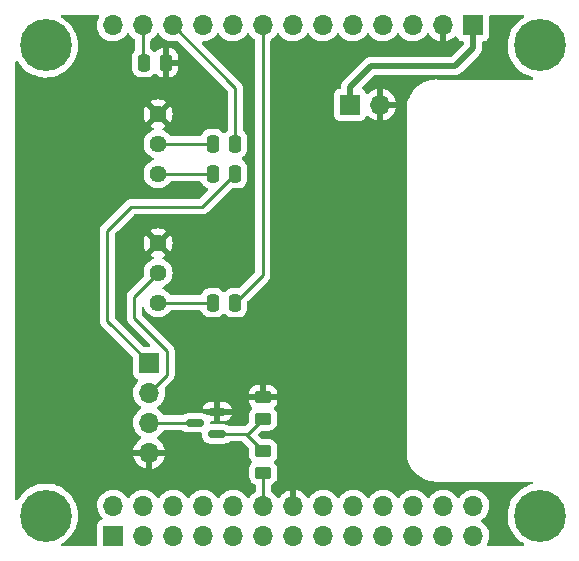
<source format=gtl>
G04 #@! TF.GenerationSoftware,KiCad,Pcbnew,6.0.11*
G04 #@! TF.CreationDate,2025-10-14T23:18:51+03:00*
G04 #@! TF.ProjectId,rns-gate,726e732d-6761-4746-952e-6b696361645f,rev?*
G04 #@! TF.SameCoordinates,Original*
G04 #@! TF.FileFunction,Copper,L1,Top*
G04 #@! TF.FilePolarity,Positive*
%FSLAX46Y46*%
G04 Gerber Fmt 4.6, Leading zero omitted, Abs format (unit mm)*
G04 Created by KiCad (PCBNEW 6.0.11) date 2025-10-14 23:18:51*
%MOMM*%
%LPD*%
G01*
G04 APERTURE LIST*
G04 Aperture macros list*
%AMRoundRect*
0 Rectangle with rounded corners*
0 $1 Rounding radius*
0 $2 $3 $4 $5 $6 $7 $8 $9 X,Y pos of 4 corners*
0 Add a 4 corners polygon primitive as box body*
4,1,4,$2,$3,$4,$5,$6,$7,$8,$9,$2,$3,0*
0 Add four circle primitives for the rounded corners*
1,1,$1+$1,$2,$3*
1,1,$1+$1,$4,$5*
1,1,$1+$1,$6,$7*
1,1,$1+$1,$8,$9*
0 Add four rect primitives between the rounded corners*
20,1,$1+$1,$2,$3,$4,$5,0*
20,1,$1+$1,$4,$5,$6,$7,0*
20,1,$1+$1,$6,$7,$8,$9,0*
20,1,$1+$1,$8,$9,$2,$3,0*%
G04 Aperture macros list end*
G04 #@! TA.AperFunction,ComponentPad*
%ADD10R,1.700000X1.700000*%
G04 #@! TD*
G04 #@! TA.AperFunction,ComponentPad*
%ADD11O,1.700000X1.700000*%
G04 #@! TD*
G04 #@! TA.AperFunction,ComponentPad*
%ADD12C,0.700000*%
G04 #@! TD*
G04 #@! TA.AperFunction,ComponentPad*
%ADD13C,4.400000*%
G04 #@! TD*
G04 #@! TA.AperFunction,ComponentPad*
%ADD14C,1.440000*%
G04 #@! TD*
G04 #@! TA.AperFunction,SMDPad,CuDef*
%ADD15RoundRect,0.250000X-0.450000X0.262500X-0.450000X-0.262500X0.450000X-0.262500X0.450000X0.262500X0*%
G04 #@! TD*
G04 #@! TA.AperFunction,SMDPad,CuDef*
%ADD16RoundRect,0.250000X-0.250000X-0.475000X0.250000X-0.475000X0.250000X0.475000X-0.250000X0.475000X0*%
G04 #@! TD*
G04 #@! TA.AperFunction,SMDPad,CuDef*
%ADD17RoundRect,0.250000X0.250000X0.475000X-0.250000X0.475000X-0.250000X-0.475000X0.250000X-0.475000X0*%
G04 #@! TD*
G04 #@! TA.AperFunction,SMDPad,CuDef*
%ADD18RoundRect,0.150000X0.587500X0.150000X-0.587500X0.150000X-0.587500X-0.150000X0.587500X-0.150000X0*%
G04 #@! TD*
G04 #@! TA.AperFunction,Conductor*
%ADD19C,0.500000*%
G04 #@! TD*
G04 #@! TA.AperFunction,Conductor*
%ADD20C,0.250000*%
G04 #@! TD*
G04 APERTURE END LIST*
D10*
G04 #@! TO.P,J2,1,Pin_1*
G04 #@! TO.N,unconnected-(J2-Pad1)*
X170708000Y-95410000D03*
D11*
G04 #@! TO.P,J2,2,Pin_2*
G04 #@! TO.N,unconnected-(J2-Pad2)*
X170708000Y-92870000D03*
G04 #@! TO.P,J2,3,Pin_3*
G04 #@! TO.N,unconnected-(J2-Pad3)*
X173248000Y-95410000D03*
G04 #@! TO.P,J2,4,Pin_4*
G04 #@! TO.N,unconnected-(J2-Pad4)*
X173248000Y-92870000D03*
G04 #@! TO.P,J2,5,Pin_5*
G04 #@! TO.N,unconnected-(J2-Pad5)*
X175788000Y-95410000D03*
G04 #@! TO.P,J2,6,Pin_6*
G04 #@! TO.N,unconnected-(J2-Pad6)*
X175788000Y-92870000D03*
G04 #@! TO.P,J2,7,Pin_7*
G04 #@! TO.N,unconnected-(J2-Pad7)*
X178328000Y-95410000D03*
G04 #@! TO.P,J2,8,Pin_8*
G04 #@! TO.N,unconnected-(J2-Pad8)*
X178328000Y-92870000D03*
G04 #@! TO.P,J2,9,Pin_9*
G04 #@! TO.N,unconnected-(J2-Pad9)*
X180868000Y-95410000D03*
G04 #@! TO.P,J2,10,Pin_10*
G04 #@! TO.N,unconnected-(J2-Pad10)*
X180868000Y-92870000D03*
G04 #@! TO.P,J2,11,Pin_11*
G04 #@! TO.N,unconnected-(J2-Pad11)*
X183408000Y-95410000D03*
G04 #@! TO.P,J2,12,Pin_12*
G04 #@! TO.N,Net-(J2-Pad12)*
X183408000Y-92870000D03*
G04 #@! TO.P,J2,13,Pin_13*
G04 #@! TO.N,unconnected-(J2-Pad13)*
X185948000Y-95410000D03*
G04 #@! TO.P,J2,14,Pin_14*
G04 #@! TO.N,GND*
X185948000Y-92870000D03*
G04 #@! TO.P,J2,15,Pin_15*
G04 #@! TO.N,unconnected-(J2-Pad15)*
X188488000Y-95410000D03*
G04 #@! TO.P,J2,16,Pin_16*
G04 #@! TO.N,unconnected-(J2-Pad16)*
X188488000Y-92870000D03*
G04 #@! TO.P,J2,17,Pin_17*
G04 #@! TO.N,unconnected-(J2-Pad17)*
X191028000Y-95410000D03*
G04 #@! TO.P,J2,18,Pin_18*
G04 #@! TO.N,unconnected-(J2-Pad18)*
X191028000Y-92870000D03*
G04 #@! TO.P,J2,19,Pin_19*
G04 #@! TO.N,unconnected-(J2-Pad19)*
X193568000Y-95410000D03*
G04 #@! TO.P,J2,20,Pin_20*
G04 #@! TO.N,unconnected-(J2-Pad20)*
X193568000Y-92870000D03*
G04 #@! TO.P,J2,21,Pin_21*
G04 #@! TO.N,unconnected-(J2-Pad21)*
X196108000Y-95410000D03*
G04 #@! TO.P,J2,22,Pin_22*
G04 #@! TO.N,unconnected-(J2-Pad22)*
X196108000Y-92870000D03*
G04 #@! TO.P,J2,23,Pin_23*
G04 #@! TO.N,unconnected-(J2-Pad23)*
X198648000Y-95410000D03*
G04 #@! TO.P,J2,24,Pin_24*
G04 #@! TO.N,unconnected-(J2-Pad24)*
X198648000Y-92870000D03*
G04 #@! TO.P,J2,25,Pin_25*
G04 #@! TO.N,unconnected-(J2-Pad25)*
X201188000Y-95410000D03*
G04 #@! TO.P,J2,26,Pin_26*
G04 #@! TO.N,unconnected-(J2-Pad26)*
X201188000Y-92870000D03*
G04 #@! TD*
D10*
G04 #@! TO.P,J1,1,Pin_1*
G04 #@! TO.N,+5V*
X201158000Y-52210000D03*
D11*
G04 #@! TO.P,J1,2,Pin_2*
G04 #@! TO.N,GND*
X198618000Y-52210000D03*
G04 #@! TO.P,J1,3,Pin_3*
G04 #@! TO.N,unconnected-(J1-Pad3)*
X196078000Y-52210000D03*
G04 #@! TO.P,J1,4,Pin_4*
G04 #@! TO.N,unconnected-(J1-Pad4)*
X193538000Y-52210000D03*
G04 #@! TO.P,J1,5,Pin_5*
G04 #@! TO.N,unconnected-(J1-Pad5)*
X190998000Y-52210000D03*
G04 #@! TO.P,J1,6,Pin_6*
G04 #@! TO.N,unconnected-(J1-Pad6)*
X188458000Y-52210000D03*
G04 #@! TO.P,J1,7,Pin_7*
G04 #@! TO.N,unconnected-(J1-Pad7)*
X185918000Y-52210000D03*
G04 #@! TO.P,J1,8,Pin_8*
G04 #@! TO.N,Net-(J1-Pad8)*
X183378000Y-52210000D03*
G04 #@! TO.P,J1,9,Pin_9*
G04 #@! TO.N,unconnected-(J1-Pad9)*
X180838000Y-52210000D03*
G04 #@! TO.P,J1,10,Pin_10*
G04 #@! TO.N,unconnected-(J1-Pad10)*
X178298000Y-52210000D03*
G04 #@! TO.P,J1,11,Pin_11*
G04 #@! TO.N,Net-(J1-Pad11)*
X175758000Y-52210000D03*
G04 #@! TO.P,J1,12,Pin_12*
G04 #@! TO.N,Net-(J1-Pad12)*
X173218000Y-52210000D03*
G04 #@! TO.P,J1,13,Pin_13*
G04 #@! TO.N,unconnected-(J1-Pad13)*
X170678000Y-52210000D03*
G04 #@! TD*
D12*
G04 #@! TO.P,REF1,1*
G04 #@! TO.N,N/C*
X166166726Y-52743274D03*
X165000000Y-55560000D03*
D13*
X165000000Y-53910000D03*
D12*
X163833274Y-55076726D03*
X166650000Y-53910000D03*
X163350000Y-53910000D03*
X163833274Y-52743274D03*
X165000000Y-52260000D03*
X166166726Y-55076726D03*
G04 #@! TD*
G04 #@! TO.P,REF3,1*
G04 #@! TO.N,N/C*
X166166726Y-92543274D03*
X165000000Y-95360000D03*
X163350000Y-93710000D03*
X166166726Y-94876726D03*
X165000000Y-92060000D03*
X163833274Y-92543274D03*
X166650000Y-93710000D03*
X163833274Y-94876726D03*
D13*
X165000000Y-93710000D03*
G04 #@! TD*
D12*
G04 #@! TO.P,REF2,1*
G04 #@! TO.N,N/C*
X208450000Y-53910000D03*
X206800000Y-55560000D03*
X207966726Y-52743274D03*
X206800000Y-52260000D03*
D13*
X206800000Y-53910000D03*
D12*
X205150000Y-53910000D03*
X205633274Y-52743274D03*
X207966726Y-55076726D03*
X205633274Y-55076726D03*
G04 #@! TD*
G04 #@! TO.P,REF4,1*
G04 #@! TO.N,N/C*
X205633274Y-94876726D03*
X207966726Y-92543274D03*
X206800000Y-92060000D03*
X208450000Y-93710000D03*
X205150000Y-93710000D03*
X205633274Y-92543274D03*
X206800000Y-95360000D03*
D13*
X206800000Y-93710000D03*
D12*
X207966726Y-94876726D03*
G04 #@! TD*
D10*
G04 #@! TO.P,J3,1,Pin_1*
G04 #@! TO.N,+5V*
X190749000Y-58928000D03*
D11*
G04 #@! TO.P,J3,2,Pin_2*
G04 #@! TO.N,GND*
X193289000Y-58928000D03*
G04 #@! TD*
D14*
G04 #@! TO.P,RV2,1,1*
G04 #@! TO.N,Net-(C1-Pad2)*
X174498000Y-64780000D03*
G04 #@! TO.P,RV2,2,2*
G04 #@! TO.N,Net-(C2-Pad1)*
X174498000Y-62240000D03*
G04 #@! TO.P,RV2,3,3*
G04 #@! TO.N,GND*
X174498000Y-59700000D03*
G04 #@! TD*
D10*
G04 #@! TO.P,J5,1,Pin_1*
G04 #@! TO.N,Net-(J5-Pad1)*
X173736000Y-80782000D03*
D11*
G04 #@! TO.P,J5,2,Pin_2*
G04 #@! TO.N,Net-(J5-Pad2)*
X173736000Y-83322000D03*
G04 #@! TO.P,J5,3,Pin_3*
G04 #@! TO.N,Net-(Q1-Pad3)*
X173736000Y-85862000D03*
G04 #@! TO.P,J5,4,Pin_4*
G04 #@! TO.N,GND*
X173736000Y-88402000D03*
G04 #@! TD*
D15*
G04 #@! TO.P,R2,1*
G04 #@! TO.N,GND*
X183388000Y-83669500D03*
G04 #@! TO.P,R2,2*
G04 #@! TO.N,Net-(Q1-Pad1)*
X183388000Y-85494500D03*
G04 #@! TD*
D16*
G04 #@! TO.P,C4,1*
G04 #@! TO.N,Net-(RV1-Pad1)*
X179136000Y-75692000D03*
G04 #@! TO.P,C4,2*
G04 #@! TO.N,Net-(J1-Pad8)*
X181036000Y-75692000D03*
G04 #@! TD*
D17*
G04 #@! TO.P,C1,1*
G04 #@! TO.N,Net-(J5-Pad1)*
X181036000Y-64770000D03*
G04 #@! TO.P,C1,2*
G04 #@! TO.N,Net-(C1-Pad2)*
X179136000Y-64770000D03*
G04 #@! TD*
D15*
G04 #@! TO.P,R1,1*
G04 #@! TO.N,Net-(Q1-Pad1)*
X183388000Y-88241500D03*
G04 #@! TO.P,R1,2*
G04 #@! TO.N,Net-(J2-Pad12)*
X183388000Y-90066500D03*
G04 #@! TD*
D14*
G04 #@! TO.P,RV1,1,1*
G04 #@! TO.N,Net-(RV1-Pad1)*
X174498000Y-75702000D03*
G04 #@! TO.P,RV1,2,2*
G04 #@! TO.N,Net-(J5-Pad2)*
X174498000Y-73162000D03*
G04 #@! TO.P,RV1,3,3*
G04 #@! TO.N,GND*
X174498000Y-70622000D03*
G04 #@! TD*
D17*
G04 #@! TO.P,C3,1*
G04 #@! TO.N,GND*
X175194000Y-55372000D03*
G04 #@! TO.P,C3,2*
G04 #@! TO.N,Net-(J1-Pad12)*
X173294000Y-55372000D03*
G04 #@! TD*
D18*
G04 #@! TO.P,Q1,1,G*
G04 #@! TO.N,Net-(Q1-Pad1)*
X179499500Y-86802000D03*
G04 #@! TO.P,Q1,2,S*
G04 #@! TO.N,GND*
X179499500Y-84902000D03*
G04 #@! TO.P,Q1,3,D*
G04 #@! TO.N,Net-(Q1-Pad3)*
X177624500Y-85852000D03*
G04 #@! TD*
D16*
G04 #@! TO.P,C2,1*
G04 #@! TO.N,Net-(C2-Pad1)*
X179136000Y-62230000D03*
G04 #@! TO.P,C2,2*
G04 #@! TO.N,Net-(J1-Pad11)*
X181036000Y-62230000D03*
G04 #@! TD*
D19*
G04 #@! TO.N,+5V*
X192532000Y-55626000D02*
X199644000Y-55626000D01*
X201158000Y-54112000D02*
X201158000Y-52210000D01*
X199644000Y-55626000D02*
X201158000Y-54112000D01*
X190749000Y-58928000D02*
X190749000Y-57409000D01*
X190749000Y-57409000D02*
X192532000Y-55626000D01*
D20*
G04 #@! TO.N,Net-(C1-Pad2)*
X179126000Y-64780000D02*
X179136000Y-64770000D01*
X174498000Y-64780000D02*
X179126000Y-64780000D01*
G04 #@! TO.N,Net-(C2-Pad1)*
X179126000Y-62240000D02*
X179136000Y-62230000D01*
X174498000Y-62240000D02*
X179126000Y-62240000D01*
G04 #@! TO.N,Net-(J5-Pad1)*
X170180000Y-69596000D02*
X172212000Y-67564000D01*
X170180000Y-77216000D02*
X170180000Y-69596000D01*
X178242000Y-67564000D02*
X181036000Y-64770000D01*
X173453000Y-80499000D02*
X173453000Y-80489000D01*
X173453000Y-80489000D02*
X170180000Y-77216000D01*
X172212000Y-67564000D02*
X178242000Y-67564000D01*
X173736000Y-80782000D02*
X173453000Y-80499000D01*
G04 #@! TO.N,Net-(RV1-Pad1)*
X174498000Y-75702000D02*
X179126000Y-75702000D01*
X179126000Y-75702000D02*
X179136000Y-75692000D01*
G04 #@! TO.N,Net-(J1-Pad8)*
X181036000Y-75692000D02*
X183378000Y-73350000D01*
X183378000Y-73350000D02*
X183378000Y-52210000D01*
G04 #@! TO.N,Net-(J5-Pad2)*
X175260000Y-79756000D02*
X172466000Y-76962000D01*
X172466000Y-75194000D02*
X174498000Y-73162000D01*
X172466000Y-76962000D02*
X172466000Y-75194000D01*
X175260000Y-81798000D02*
X175260000Y-79756000D01*
X173736000Y-83322000D02*
X175260000Y-81798000D01*
G04 #@! TO.N,Net-(J2-Pad12)*
X183408000Y-90086500D02*
X183408000Y-92870000D01*
X183388000Y-90066500D02*
X183408000Y-90086500D01*
G04 #@! TO.N,Net-(Q1-Pad1)*
X179499500Y-86802000D02*
X181948500Y-86802000D01*
X181948500Y-86802000D02*
X183388000Y-88241500D01*
X182080500Y-86802000D02*
X183388000Y-85494500D01*
X181948500Y-86802000D02*
X182080500Y-86802000D01*
G04 #@! TO.N,Net-(Q1-Pad3)*
X177614500Y-85862000D02*
X177624500Y-85852000D01*
X173736000Y-85862000D02*
X177614500Y-85862000D01*
G04 #@! TO.N,Net-(J1-Pad12)*
X173218000Y-55296000D02*
X173294000Y-55372000D01*
X173218000Y-52210000D02*
X173218000Y-55296000D01*
G04 #@! TO.N,Net-(J1-Pad11)*
X181036000Y-57488000D02*
X175758000Y-52210000D01*
X181036000Y-62230000D02*
X181036000Y-57488000D01*
G04 #@! TD*
G04 #@! TA.AperFunction,Conductor*
G04 #@! TO.N,GND*
G36*
X205468402Y-51338502D02*
G01*
X205514895Y-51392158D01*
X205524999Y-51462432D01*
X205495505Y-51527012D01*
X205464704Y-51552785D01*
X205278074Y-51663817D01*
X205278068Y-51663821D01*
X205274814Y-51665757D01*
X205016244Y-51865243D01*
X204783513Y-52094347D01*
X204781149Y-52097314D01*
X204781146Y-52097317D01*
X204764220Y-52118558D01*
X204579991Y-52349751D01*
X204408626Y-52627757D01*
X204271902Y-52924336D01*
X204270741Y-52927940D01*
X204270741Y-52927941D01*
X204262196Y-52954477D01*
X204171797Y-53235192D01*
X204171079Y-53238903D01*
X204171078Y-53238907D01*
X204110482Y-53552105D01*
X204110481Y-53552114D01*
X204109763Y-53555824D01*
X204109496Y-53559600D01*
X204109495Y-53559605D01*
X204108635Y-53571753D01*
X204086698Y-53881585D01*
X204090830Y-53964586D01*
X204102589Y-54200785D01*
X204102936Y-54207759D01*
X204103577Y-54211490D01*
X204103578Y-54211498D01*
X204154296Y-54506659D01*
X204158241Y-54529619D01*
X204159329Y-54533258D01*
X204159330Y-54533261D01*
X204223844Y-54748978D01*
X204251814Y-54842504D01*
X204253327Y-54845975D01*
X204253329Y-54845981D01*
X204293414Y-54937951D01*
X204382297Y-55141881D01*
X204384220Y-55145152D01*
X204384222Y-55145156D01*
X204424680Y-55213977D01*
X204547802Y-55423414D01*
X204550103Y-55426429D01*
X204743631Y-55680012D01*
X204743636Y-55680017D01*
X204745931Y-55683025D01*
X204807931Y-55746670D01*
X204957847Y-55900562D01*
X204973814Y-55916953D01*
X205046635Y-55975607D01*
X205225196Y-56119431D01*
X205225201Y-56119435D01*
X205228149Y-56121809D01*
X205505253Y-56294627D01*
X205801112Y-56432903D01*
X206111440Y-56534634D01*
X206148075Y-56541921D01*
X206210984Y-56574829D01*
X206246116Y-56636524D01*
X206242316Y-56707418D01*
X206200790Y-56765004D01*
X206134723Y-56790999D01*
X206123493Y-56791500D01*
X198145250Y-56791500D01*
X198124345Y-56789754D01*
X198109344Y-56787230D01*
X198109341Y-56787230D01*
X198104552Y-56786424D01*
X198098313Y-56786348D01*
X198096860Y-56786330D01*
X198096857Y-56786330D01*
X198092000Y-56786271D01*
X198083296Y-56787517D01*
X198072503Y-56788592D01*
X197807106Y-56803496D01*
X197525795Y-56851293D01*
X197251604Y-56930286D01*
X197248336Y-56931640D01*
X197248335Y-56931640D01*
X196991250Y-57038128D01*
X196991245Y-57038130D01*
X196987982Y-57039482D01*
X196738243Y-57177508D01*
X196505528Y-57342627D01*
X196292765Y-57532765D01*
X196102627Y-57745528D01*
X196035807Y-57839703D01*
X195973005Y-57928215D01*
X195937508Y-57978243D01*
X195799482Y-58227982D01*
X195798130Y-58231245D01*
X195798128Y-58231250D01*
X195691640Y-58488335D01*
X195690286Y-58491604D01*
X195611293Y-58765795D01*
X195563496Y-59047106D01*
X195561164Y-59088636D01*
X195549065Y-59304065D01*
X195547764Y-59316377D01*
X195546309Y-59325724D01*
X195550436Y-59357283D01*
X195551500Y-59373621D01*
X195551500Y-88241033D01*
X195550000Y-88260418D01*
X195546309Y-88284124D01*
X195547473Y-88293028D01*
X195547463Y-88293850D01*
X195548034Y-88299971D01*
X195563496Y-88575294D01*
X195611293Y-88856605D01*
X195690286Y-89130796D01*
X195691640Y-89134064D01*
X195691640Y-89134065D01*
X195775235Y-89335880D01*
X195799482Y-89394418D01*
X195937508Y-89644157D01*
X196102627Y-89876872D01*
X196292765Y-90089635D01*
X196505528Y-90279773D01*
X196738243Y-90444892D01*
X196987982Y-90582918D01*
X196991245Y-90584270D01*
X196991250Y-90584272D01*
X197248335Y-90690760D01*
X197251604Y-90692114D01*
X197525795Y-90771107D01*
X197807106Y-90818904D01*
X198056629Y-90832916D01*
X198070462Y-90834464D01*
X198079448Y-90835976D01*
X198085966Y-90836055D01*
X198087140Y-90836070D01*
X198087143Y-90836070D01*
X198092000Y-90836129D01*
X198111704Y-90833307D01*
X198119700Y-90832162D01*
X198137532Y-90830889D01*
X202913043Y-90829717D01*
X206116880Y-90828930D01*
X206185006Y-90848915D01*
X206231512Y-90902560D01*
X206241633Y-90972831D01*
X206212156Y-91037419D01*
X206153645Y-91075456D01*
X205857804Y-91165622D01*
X205857796Y-91165625D01*
X205854167Y-91166731D01*
X205555477Y-91298781D01*
X205530041Y-91313914D01*
X205278074Y-91463817D01*
X205278068Y-91463821D01*
X205274814Y-91465757D01*
X205271812Y-91468073D01*
X205031608Y-91653390D01*
X205016244Y-91665243D01*
X204783513Y-91894347D01*
X204781149Y-91897314D01*
X204781146Y-91897317D01*
X204665362Y-92042617D01*
X204579991Y-92149751D01*
X204408626Y-92427757D01*
X204407037Y-92431204D01*
X204305009Y-92652522D01*
X204271902Y-92724336D01*
X204270741Y-92727940D01*
X204270741Y-92727941D01*
X204262196Y-92754477D01*
X204171797Y-93035192D01*
X204171079Y-93038903D01*
X204171078Y-93038907D01*
X204110482Y-93352105D01*
X204110481Y-93352114D01*
X204109763Y-93355824D01*
X204109496Y-93359600D01*
X204109495Y-93359605D01*
X204087469Y-93670689D01*
X204086698Y-93681585D01*
X204090069Y-93749292D01*
X204101994Y-93988831D01*
X204102936Y-94007759D01*
X204103577Y-94011490D01*
X204103578Y-94011498D01*
X204156881Y-94321703D01*
X204158241Y-94329619D01*
X204159329Y-94333258D01*
X204159330Y-94333261D01*
X204231464Y-94574457D01*
X204251814Y-94642504D01*
X204253327Y-94645975D01*
X204253329Y-94645981D01*
X204284929Y-94718482D01*
X204382297Y-94941881D01*
X204384220Y-94945152D01*
X204384222Y-94945156D01*
X204426584Y-95017215D01*
X204547802Y-95223414D01*
X204550103Y-95226429D01*
X204743631Y-95480012D01*
X204743636Y-95480017D01*
X204745931Y-95483025D01*
X204807931Y-95546670D01*
X204950421Y-95692939D01*
X204973814Y-95716953D01*
X205046635Y-95775607D01*
X205225196Y-95919431D01*
X205225201Y-95919435D01*
X205228149Y-95921809D01*
X205308623Y-95971997D01*
X205463501Y-96068588D01*
X205510717Y-96121608D01*
X205521773Y-96191738D01*
X205493159Y-96256713D01*
X205433959Y-96295903D01*
X205396824Y-96301500D01*
X202464846Y-96301500D01*
X202396725Y-96281498D01*
X202350232Y-96227842D01*
X202340128Y-96157568D01*
X202356187Y-96112447D01*
X202356453Y-96112077D01*
X202455430Y-95911811D01*
X202520370Y-95698069D01*
X202549529Y-95476590D01*
X202551156Y-95410000D01*
X202532852Y-95187361D01*
X202478431Y-94970702D01*
X202389354Y-94765840D01*
X202309564Y-94642504D01*
X202270822Y-94582617D01*
X202270820Y-94582614D01*
X202268014Y-94578277D01*
X202117670Y-94413051D01*
X202113619Y-94409852D01*
X202113615Y-94409848D01*
X201946414Y-94277800D01*
X201946410Y-94277798D01*
X201942359Y-94274598D01*
X201901053Y-94251796D01*
X201851084Y-94201364D01*
X201836312Y-94131921D01*
X201861428Y-94065516D01*
X201888780Y-94038909D01*
X201937764Y-94003969D01*
X202067860Y-93911173D01*
X202226096Y-93753489D01*
X202248327Y-93722552D01*
X202353435Y-93576277D01*
X202356453Y-93572077D01*
X202369995Y-93544678D01*
X202453136Y-93376453D01*
X202453137Y-93376451D01*
X202455430Y-93371811D01*
X202520370Y-93158069D01*
X202549529Y-92936590D01*
X202551156Y-92870000D01*
X202532852Y-92647361D01*
X202478431Y-92430702D01*
X202389354Y-92225840D01*
X202330705Y-92135183D01*
X202270822Y-92042617D01*
X202270820Y-92042614D01*
X202268014Y-92038277D01*
X202117670Y-91873051D01*
X202113619Y-91869852D01*
X202113615Y-91869848D01*
X201946414Y-91737800D01*
X201946410Y-91737798D01*
X201942359Y-91734598D01*
X201937831Y-91732098D01*
X201850762Y-91684034D01*
X201746789Y-91626638D01*
X201741920Y-91624914D01*
X201741916Y-91624912D01*
X201541087Y-91553795D01*
X201541083Y-91553794D01*
X201536212Y-91552069D01*
X201531119Y-91551162D01*
X201531116Y-91551161D01*
X201321373Y-91513800D01*
X201321367Y-91513799D01*
X201316284Y-91512894D01*
X201242452Y-91511992D01*
X201098081Y-91510228D01*
X201098079Y-91510228D01*
X201092911Y-91510165D01*
X200872091Y-91543955D01*
X200659756Y-91613357D01*
X200582853Y-91653390D01*
X200485975Y-91703822D01*
X200461607Y-91716507D01*
X200457474Y-91719610D01*
X200457471Y-91719612D01*
X200287100Y-91847530D01*
X200282965Y-91850635D01*
X200128629Y-92012138D01*
X200021201Y-92169621D01*
X199966293Y-92214621D01*
X199895768Y-92222792D01*
X199832021Y-92191538D01*
X199811324Y-92167054D01*
X199730822Y-92042617D01*
X199730820Y-92042614D01*
X199728014Y-92038277D01*
X199577670Y-91873051D01*
X199573619Y-91869852D01*
X199573615Y-91869848D01*
X199406414Y-91737800D01*
X199406410Y-91737798D01*
X199402359Y-91734598D01*
X199397831Y-91732098D01*
X199310762Y-91684034D01*
X199206789Y-91626638D01*
X199201920Y-91624914D01*
X199201916Y-91624912D01*
X199001087Y-91553795D01*
X199001083Y-91553794D01*
X198996212Y-91552069D01*
X198991119Y-91551162D01*
X198991116Y-91551161D01*
X198781373Y-91513800D01*
X198781367Y-91513799D01*
X198776284Y-91512894D01*
X198702452Y-91511992D01*
X198558081Y-91510228D01*
X198558079Y-91510228D01*
X198552911Y-91510165D01*
X198332091Y-91543955D01*
X198119756Y-91613357D01*
X198042853Y-91653390D01*
X197945975Y-91703822D01*
X197921607Y-91716507D01*
X197917474Y-91719610D01*
X197917471Y-91719612D01*
X197747100Y-91847530D01*
X197742965Y-91850635D01*
X197588629Y-92012138D01*
X197481201Y-92169621D01*
X197426293Y-92214621D01*
X197355768Y-92222792D01*
X197292021Y-92191538D01*
X197271324Y-92167054D01*
X197190822Y-92042617D01*
X197190820Y-92042614D01*
X197188014Y-92038277D01*
X197037670Y-91873051D01*
X197033619Y-91869852D01*
X197033615Y-91869848D01*
X196866414Y-91737800D01*
X196866410Y-91737798D01*
X196862359Y-91734598D01*
X196857831Y-91732098D01*
X196770762Y-91684034D01*
X196666789Y-91626638D01*
X196661920Y-91624914D01*
X196661916Y-91624912D01*
X196461087Y-91553795D01*
X196461083Y-91553794D01*
X196456212Y-91552069D01*
X196451119Y-91551162D01*
X196451116Y-91551161D01*
X196241373Y-91513800D01*
X196241367Y-91513799D01*
X196236284Y-91512894D01*
X196162452Y-91511992D01*
X196018081Y-91510228D01*
X196018079Y-91510228D01*
X196012911Y-91510165D01*
X195792091Y-91543955D01*
X195579756Y-91613357D01*
X195502853Y-91653390D01*
X195405975Y-91703822D01*
X195381607Y-91716507D01*
X195377474Y-91719610D01*
X195377471Y-91719612D01*
X195207100Y-91847530D01*
X195202965Y-91850635D01*
X195048629Y-92012138D01*
X194941201Y-92169621D01*
X194886293Y-92214621D01*
X194815768Y-92222792D01*
X194752021Y-92191538D01*
X194731324Y-92167054D01*
X194650822Y-92042617D01*
X194650820Y-92042614D01*
X194648014Y-92038277D01*
X194497670Y-91873051D01*
X194493619Y-91869852D01*
X194493615Y-91869848D01*
X194326414Y-91737800D01*
X194326410Y-91737798D01*
X194322359Y-91734598D01*
X194317831Y-91732098D01*
X194230762Y-91684034D01*
X194126789Y-91626638D01*
X194121920Y-91624914D01*
X194121916Y-91624912D01*
X193921087Y-91553795D01*
X193921083Y-91553794D01*
X193916212Y-91552069D01*
X193911119Y-91551162D01*
X193911116Y-91551161D01*
X193701373Y-91513800D01*
X193701367Y-91513799D01*
X193696284Y-91512894D01*
X193622452Y-91511992D01*
X193478081Y-91510228D01*
X193478079Y-91510228D01*
X193472911Y-91510165D01*
X193252091Y-91543955D01*
X193039756Y-91613357D01*
X192962853Y-91653390D01*
X192865975Y-91703822D01*
X192841607Y-91716507D01*
X192837474Y-91719610D01*
X192837471Y-91719612D01*
X192667100Y-91847530D01*
X192662965Y-91850635D01*
X192508629Y-92012138D01*
X192401201Y-92169621D01*
X192346293Y-92214621D01*
X192275768Y-92222792D01*
X192212021Y-92191538D01*
X192191324Y-92167054D01*
X192110822Y-92042617D01*
X192110820Y-92042614D01*
X192108014Y-92038277D01*
X191957670Y-91873051D01*
X191953619Y-91869852D01*
X191953615Y-91869848D01*
X191786414Y-91737800D01*
X191786410Y-91737798D01*
X191782359Y-91734598D01*
X191777831Y-91732098D01*
X191690762Y-91684034D01*
X191586789Y-91626638D01*
X191581920Y-91624914D01*
X191581916Y-91624912D01*
X191381087Y-91553795D01*
X191381083Y-91553794D01*
X191376212Y-91552069D01*
X191371119Y-91551162D01*
X191371116Y-91551161D01*
X191161373Y-91513800D01*
X191161367Y-91513799D01*
X191156284Y-91512894D01*
X191082452Y-91511992D01*
X190938081Y-91510228D01*
X190938079Y-91510228D01*
X190932911Y-91510165D01*
X190712091Y-91543955D01*
X190499756Y-91613357D01*
X190422853Y-91653390D01*
X190325975Y-91703822D01*
X190301607Y-91716507D01*
X190297474Y-91719610D01*
X190297471Y-91719612D01*
X190127100Y-91847530D01*
X190122965Y-91850635D01*
X189968629Y-92012138D01*
X189861201Y-92169621D01*
X189806293Y-92214621D01*
X189735768Y-92222792D01*
X189672021Y-92191538D01*
X189651324Y-92167054D01*
X189570822Y-92042617D01*
X189570820Y-92042614D01*
X189568014Y-92038277D01*
X189417670Y-91873051D01*
X189413619Y-91869852D01*
X189413615Y-91869848D01*
X189246414Y-91737800D01*
X189246410Y-91737798D01*
X189242359Y-91734598D01*
X189237831Y-91732098D01*
X189150762Y-91684034D01*
X189046789Y-91626638D01*
X189041920Y-91624914D01*
X189041916Y-91624912D01*
X188841087Y-91553795D01*
X188841083Y-91553794D01*
X188836212Y-91552069D01*
X188831119Y-91551162D01*
X188831116Y-91551161D01*
X188621373Y-91513800D01*
X188621367Y-91513799D01*
X188616284Y-91512894D01*
X188542452Y-91511992D01*
X188398081Y-91510228D01*
X188398079Y-91510228D01*
X188392911Y-91510165D01*
X188172091Y-91543955D01*
X187959756Y-91613357D01*
X187882853Y-91653390D01*
X187785975Y-91703822D01*
X187761607Y-91716507D01*
X187757474Y-91719610D01*
X187757471Y-91719612D01*
X187587100Y-91847530D01*
X187582965Y-91850635D01*
X187428629Y-92012138D01*
X187321204Y-92169618D01*
X187320898Y-92170066D01*
X187265987Y-92215069D01*
X187195462Y-92223240D01*
X187131715Y-92191986D01*
X187111018Y-92167502D01*
X187030426Y-92042926D01*
X187024136Y-92034757D01*
X186880806Y-91877240D01*
X186873273Y-91870215D01*
X186706139Y-91738222D01*
X186697552Y-91732517D01*
X186511117Y-91629599D01*
X186501705Y-91625369D01*
X186300959Y-91554280D01*
X186290988Y-91551646D01*
X186219837Y-91538972D01*
X186206540Y-91540432D01*
X186202000Y-91554989D01*
X186202000Y-92998000D01*
X186181998Y-93066121D01*
X186128342Y-93112614D01*
X186076000Y-93124000D01*
X185820000Y-93124000D01*
X185751879Y-93103998D01*
X185705386Y-93050342D01*
X185694000Y-92998000D01*
X185694000Y-91553102D01*
X185690082Y-91539758D01*
X185675806Y-91537771D01*
X185637324Y-91543660D01*
X185627288Y-91546051D01*
X185424868Y-91612212D01*
X185415359Y-91616209D01*
X185226463Y-91714542D01*
X185217738Y-91720036D01*
X185047433Y-91847905D01*
X185039726Y-91854748D01*
X184892590Y-92008717D01*
X184886109Y-92016722D01*
X184781498Y-92170074D01*
X184726587Y-92215076D01*
X184656062Y-92223247D01*
X184592315Y-92191993D01*
X184571618Y-92167509D01*
X184490822Y-92042617D01*
X184490820Y-92042614D01*
X184488014Y-92038277D01*
X184337670Y-91873051D01*
X184333619Y-91869852D01*
X184333615Y-91869848D01*
X184166414Y-91737800D01*
X184166410Y-91737798D01*
X184162359Y-91734598D01*
X184157835Y-91732101D01*
X184157831Y-91732098D01*
X184106608Y-91703822D01*
X184056636Y-91653390D01*
X184041500Y-91593513D01*
X184041500Y-91151525D01*
X184061502Y-91083404D01*
X184115158Y-91036911D01*
X184127623Y-91032002D01*
X184154993Y-91022871D01*
X184155003Y-91022867D01*
X184161946Y-91020550D01*
X184312348Y-90927478D01*
X184437305Y-90802303D01*
X184459974Y-90765528D01*
X184526275Y-90657968D01*
X184526276Y-90657966D01*
X184530115Y-90651738D01*
X184585797Y-90483861D01*
X184596500Y-90379400D01*
X184596500Y-89753600D01*
X184594504Y-89734359D01*
X184586238Y-89654692D01*
X184586237Y-89654688D01*
X184585526Y-89647834D01*
X184560243Y-89572050D01*
X184531868Y-89487002D01*
X184529550Y-89480054D01*
X184436478Y-89329652D01*
X184349891Y-89243216D01*
X184315812Y-89180934D01*
X184320815Y-89110114D01*
X184349736Y-89065025D01*
X184432134Y-88982483D01*
X184437305Y-88977303D01*
X184530115Y-88826738D01*
X184582114Y-88669966D01*
X184583632Y-88665389D01*
X184583632Y-88665387D01*
X184585797Y-88658861D01*
X184596500Y-88554400D01*
X184596500Y-87928600D01*
X184596163Y-87925350D01*
X184586238Y-87829692D01*
X184586237Y-87829688D01*
X184585526Y-87822834D01*
X184529550Y-87655054D01*
X184436478Y-87504652D01*
X184311303Y-87379695D01*
X184160738Y-87286885D01*
X184026399Y-87242327D01*
X183999389Y-87233368D01*
X183999387Y-87233368D01*
X183992861Y-87231203D01*
X183986025Y-87230503D01*
X183986022Y-87230502D01*
X183942969Y-87226091D01*
X183888400Y-87220500D01*
X183315095Y-87220500D01*
X183246974Y-87200498D01*
X183226000Y-87183595D01*
X182999500Y-86957095D01*
X182965474Y-86894783D01*
X182970539Y-86823968D01*
X182999500Y-86778905D01*
X183226000Y-86552405D01*
X183288312Y-86518379D01*
X183315095Y-86515500D01*
X183888400Y-86515500D01*
X183891646Y-86515163D01*
X183891650Y-86515163D01*
X183987308Y-86505238D01*
X183987312Y-86505237D01*
X183994166Y-86504526D01*
X184000702Y-86502345D01*
X184000704Y-86502345D01*
X184154998Y-86450868D01*
X184161946Y-86448550D01*
X184312348Y-86355478D01*
X184437305Y-86230303D01*
X184530115Y-86079738D01*
X184585797Y-85911861D01*
X184596500Y-85807400D01*
X184596500Y-85181600D01*
X184596163Y-85178350D01*
X184586238Y-85082692D01*
X184586237Y-85082688D01*
X184585526Y-85075834D01*
X184574739Y-85043500D01*
X184531868Y-84915002D01*
X184529550Y-84908054D01*
X184436478Y-84757652D01*
X184431296Y-84752479D01*
X184349537Y-84670862D01*
X184315458Y-84608579D01*
X184320461Y-84537759D01*
X184349382Y-84492671D01*
X184431739Y-84410171D01*
X184440751Y-84398760D01*
X184525816Y-84260757D01*
X184531963Y-84247576D01*
X184583138Y-84093290D01*
X184586005Y-84079914D01*
X184595672Y-83985562D01*
X184596000Y-83979146D01*
X184596000Y-83941615D01*
X184591525Y-83926376D01*
X184590135Y-83925171D01*
X184582452Y-83923500D01*
X182198116Y-83923500D01*
X182182877Y-83927975D01*
X182181672Y-83929365D01*
X182180001Y-83937048D01*
X182180001Y-83979095D01*
X182180338Y-83985614D01*
X182190257Y-84081206D01*
X182193149Y-84094600D01*
X182244588Y-84248784D01*
X182250761Y-84261962D01*
X182336063Y-84399807D01*
X182345099Y-84411208D01*
X182426462Y-84492430D01*
X182460541Y-84554713D01*
X182455538Y-84625533D01*
X182426617Y-84670620D01*
X182343870Y-84753512D01*
X182343866Y-84753517D01*
X182338695Y-84758697D01*
X182334855Y-84764927D01*
X182334854Y-84764928D01*
X182275112Y-84861848D01*
X182245885Y-84909262D01*
X182243581Y-84916209D01*
X182199791Y-85048233D01*
X182190203Y-85077139D01*
X182179500Y-85181600D01*
X182179500Y-85754905D01*
X182159498Y-85823026D01*
X182142595Y-85844000D01*
X181855000Y-86131595D01*
X181792688Y-86165621D01*
X181765905Y-86168500D01*
X180586950Y-86168500D01*
X180518829Y-86148498D01*
X180505729Y-86137941D01*
X180505675Y-86138011D01*
X180499415Y-86133155D01*
X180493807Y-86127547D01*
X180486983Y-86123511D01*
X180486980Y-86123509D01*
X180357427Y-86046892D01*
X180357428Y-86046892D01*
X180350601Y-86042855D01*
X180342990Y-86040644D01*
X180342988Y-86040643D01*
X180290769Y-86025472D01*
X180190831Y-85996438D01*
X180184426Y-85995934D01*
X180184421Y-85995933D01*
X180155958Y-85993693D01*
X180155950Y-85993693D01*
X180153502Y-85993500D01*
X178996500Y-85993500D01*
X178928379Y-85973498D01*
X178881886Y-85919842D01*
X178870500Y-85867500D01*
X178870500Y-85836000D01*
X178890502Y-85767879D01*
X178944158Y-85721386D01*
X178996500Y-85710000D01*
X179227385Y-85710000D01*
X179242624Y-85705525D01*
X179243829Y-85704135D01*
X179245500Y-85696452D01*
X179245500Y-85691884D01*
X179753500Y-85691884D01*
X179757975Y-85707123D01*
X179759365Y-85708328D01*
X179767048Y-85709999D01*
X180150984Y-85709999D01*
X180155920Y-85709805D01*
X180184336Y-85707570D01*
X180196931Y-85705270D01*
X180342790Y-85662893D01*
X180357221Y-85656648D01*
X180486678Y-85580089D01*
X180499104Y-85570449D01*
X180605449Y-85464104D01*
X180615089Y-85451678D01*
X180691648Y-85322221D01*
X180697893Y-85307790D01*
X180736939Y-85173395D01*
X180736899Y-85159294D01*
X180729630Y-85156000D01*
X179771615Y-85156000D01*
X179756376Y-85160475D01*
X179755171Y-85161865D01*
X179753500Y-85169548D01*
X179753500Y-85691884D01*
X179245500Y-85691884D01*
X179245500Y-85174115D01*
X179241025Y-85158876D01*
X179239635Y-85157671D01*
X179231952Y-85156000D01*
X178616842Y-85156000D01*
X178552703Y-85138453D01*
X178482427Y-85096892D01*
X178482428Y-85096892D01*
X178475601Y-85092855D01*
X178467990Y-85090644D01*
X178467988Y-85090643D01*
X178399036Y-85070611D01*
X178315831Y-85046438D01*
X178309426Y-85045934D01*
X178309421Y-85045933D01*
X178280958Y-85043693D01*
X178280950Y-85043693D01*
X178278502Y-85043500D01*
X176970498Y-85043500D01*
X176968050Y-85043693D01*
X176968042Y-85043693D01*
X176939579Y-85045933D01*
X176939574Y-85045934D01*
X176933169Y-85046438D01*
X176849964Y-85070611D01*
X176781012Y-85090643D01*
X176781010Y-85090644D01*
X176773399Y-85092855D01*
X176766572Y-85096892D01*
X176766573Y-85096892D01*
X176637020Y-85173509D01*
X176637017Y-85173511D01*
X176630193Y-85177547D01*
X176616145Y-85191595D01*
X176553833Y-85225621D01*
X176527050Y-85228500D01*
X175012805Y-85228500D01*
X174944684Y-85208498D01*
X174907013Y-85170940D01*
X174818822Y-85034617D01*
X174818820Y-85034614D01*
X174816014Y-85030277D01*
X174665670Y-84865051D01*
X174661619Y-84861852D01*
X174661615Y-84861848D01*
X174494414Y-84729800D01*
X174494410Y-84729798D01*
X174490359Y-84726598D01*
X174449053Y-84703796D01*
X174399084Y-84653364D01*
X174394243Y-84630605D01*
X178262061Y-84630605D01*
X178262101Y-84644706D01*
X178269370Y-84648000D01*
X179227385Y-84648000D01*
X179242624Y-84643525D01*
X179243829Y-84642135D01*
X179245500Y-84634452D01*
X179245500Y-84629885D01*
X179753500Y-84629885D01*
X179757975Y-84645124D01*
X179759365Y-84646329D01*
X179767048Y-84648000D01*
X180723878Y-84648000D01*
X180737409Y-84644027D01*
X180738544Y-84636129D01*
X180697893Y-84496210D01*
X180691648Y-84481779D01*
X180615089Y-84352322D01*
X180605449Y-84339896D01*
X180499104Y-84233551D01*
X180486678Y-84223911D01*
X180357221Y-84147352D01*
X180342790Y-84141107D01*
X180196935Y-84098731D01*
X180184333Y-84096430D01*
X180155916Y-84094193D01*
X180150986Y-84094000D01*
X179771615Y-84094000D01*
X179756376Y-84098475D01*
X179755171Y-84099865D01*
X179753500Y-84107548D01*
X179753500Y-84629885D01*
X179245500Y-84629885D01*
X179245500Y-84112116D01*
X179241025Y-84096877D01*
X179239635Y-84095672D01*
X179231952Y-84094001D01*
X178848017Y-84094001D01*
X178843080Y-84094195D01*
X178814664Y-84096430D01*
X178802069Y-84098730D01*
X178656210Y-84141107D01*
X178641779Y-84147352D01*
X178512322Y-84223911D01*
X178499896Y-84233551D01*
X178393551Y-84339896D01*
X178383911Y-84352322D01*
X178307352Y-84481779D01*
X178301107Y-84496210D01*
X178262061Y-84630605D01*
X174394243Y-84630605D01*
X174384312Y-84583921D01*
X174409428Y-84517516D01*
X174436780Y-84490909D01*
X174480603Y-84459650D01*
X174615860Y-84363173D01*
X174639219Y-84339896D01*
X174717425Y-84261962D01*
X174774096Y-84205489D01*
X174815872Y-84147352D01*
X174901435Y-84028277D01*
X174904453Y-84024077D01*
X174923463Y-83985614D01*
X175001136Y-83828453D01*
X175001137Y-83828451D01*
X175003430Y-83823811D01*
X175068370Y-83610069D01*
X175096371Y-83397385D01*
X182180000Y-83397385D01*
X182184475Y-83412624D01*
X182185865Y-83413829D01*
X182193548Y-83415500D01*
X183115885Y-83415500D01*
X183131124Y-83411025D01*
X183132329Y-83409635D01*
X183134000Y-83401952D01*
X183134000Y-83397385D01*
X183642000Y-83397385D01*
X183646475Y-83412624D01*
X183647865Y-83413829D01*
X183655548Y-83415500D01*
X184577884Y-83415500D01*
X184593123Y-83411025D01*
X184594328Y-83409635D01*
X184595999Y-83401952D01*
X184595999Y-83359905D01*
X184595662Y-83353386D01*
X184585743Y-83257794D01*
X184582851Y-83244400D01*
X184531412Y-83090216D01*
X184525239Y-83077038D01*
X184439937Y-82939193D01*
X184430901Y-82927792D01*
X184316171Y-82813261D01*
X184304760Y-82804249D01*
X184166757Y-82719184D01*
X184153576Y-82713037D01*
X183999290Y-82661862D01*
X183985914Y-82658995D01*
X183891562Y-82649328D01*
X183885145Y-82649000D01*
X183660115Y-82649000D01*
X183644876Y-82653475D01*
X183643671Y-82654865D01*
X183642000Y-82662548D01*
X183642000Y-83397385D01*
X183134000Y-83397385D01*
X183134000Y-82667116D01*
X183129525Y-82651877D01*
X183128135Y-82650672D01*
X183120452Y-82649001D01*
X182890905Y-82649001D01*
X182884386Y-82649338D01*
X182788794Y-82659257D01*
X182775400Y-82662149D01*
X182621216Y-82713588D01*
X182608038Y-82719761D01*
X182470193Y-82805063D01*
X182458792Y-82814099D01*
X182344261Y-82928829D01*
X182335249Y-82940240D01*
X182250184Y-83078243D01*
X182244037Y-83091424D01*
X182192862Y-83245710D01*
X182189995Y-83259086D01*
X182180328Y-83353438D01*
X182180000Y-83359855D01*
X182180000Y-83397385D01*
X175096371Y-83397385D01*
X175097529Y-83388590D01*
X175099156Y-83322000D01*
X175080852Y-83099361D01*
X175052821Y-82987765D01*
X175055625Y-82916823D01*
X175085930Y-82867974D01*
X175652247Y-82301657D01*
X175660537Y-82294113D01*
X175667018Y-82290000D01*
X175713659Y-82240332D01*
X175716413Y-82237491D01*
X175736134Y-82217770D01*
X175738612Y-82214575D01*
X175746318Y-82205553D01*
X175771158Y-82179101D01*
X175776586Y-82173321D01*
X175786346Y-82155568D01*
X175797199Y-82139045D01*
X175804753Y-82129306D01*
X175809613Y-82123041D01*
X175827176Y-82082457D01*
X175832383Y-82071827D01*
X175853695Y-82033060D01*
X175855666Y-82025383D01*
X175855668Y-82025378D01*
X175858732Y-82013442D01*
X175865138Y-81994730D01*
X175870034Y-81983417D01*
X175873181Y-81976145D01*
X175880097Y-81932481D01*
X175882504Y-81920860D01*
X175891528Y-81885711D01*
X175891528Y-81885710D01*
X175893500Y-81878030D01*
X175893500Y-81857769D01*
X175895051Y-81838058D01*
X175896979Y-81825885D01*
X175898219Y-81818057D01*
X175894059Y-81774046D01*
X175893500Y-81762189D01*
X175893500Y-79834768D01*
X175894027Y-79823585D01*
X175895702Y-79816092D01*
X175893562Y-79748001D01*
X175893500Y-79744044D01*
X175893500Y-79716144D01*
X175892996Y-79712153D01*
X175892063Y-79700311D01*
X175890923Y-79664036D01*
X175890674Y-79656111D01*
X175888462Y-79648497D01*
X175888461Y-79648492D01*
X175885023Y-79636659D01*
X175881012Y-79617295D01*
X175879467Y-79605064D01*
X175878474Y-79597203D01*
X175875557Y-79589836D01*
X175875556Y-79589831D01*
X175862198Y-79556092D01*
X175858354Y-79544865D01*
X175848230Y-79510022D01*
X175846018Y-79502407D01*
X175835707Y-79484972D01*
X175827012Y-79467224D01*
X175819552Y-79448383D01*
X175793564Y-79412613D01*
X175787048Y-79402693D01*
X175768580Y-79371465D01*
X175768578Y-79371462D01*
X175764542Y-79364638D01*
X175750221Y-79350317D01*
X175737380Y-79335283D01*
X175730131Y-79325306D01*
X175725472Y-79318893D01*
X175691395Y-79290702D01*
X175682616Y-79282712D01*
X173136405Y-76736500D01*
X173102379Y-76674188D01*
X173099500Y-76647405D01*
X173099500Y-76178136D01*
X173119502Y-76110015D01*
X173173158Y-76063522D01*
X173243432Y-76053418D01*
X173308012Y-76082912D01*
X173339695Y-76124886D01*
X173384327Y-76220598D01*
X173430024Y-76318596D01*
X173553319Y-76494681D01*
X173705319Y-76646681D01*
X173881403Y-76769976D01*
X173886381Y-76772297D01*
X173886384Y-76772299D01*
X174063081Y-76854694D01*
X174076223Y-76860822D01*
X174081531Y-76862244D01*
X174081533Y-76862245D01*
X174278543Y-76915034D01*
X174278545Y-76915034D01*
X174283858Y-76916458D01*
X174498000Y-76935193D01*
X174712142Y-76916458D01*
X174717455Y-76915034D01*
X174717457Y-76915034D01*
X174914467Y-76862245D01*
X174914469Y-76862244D01*
X174919777Y-76860822D01*
X174932919Y-76854694D01*
X175109616Y-76772299D01*
X175109619Y-76772297D01*
X175114597Y-76769976D01*
X175290681Y-76646681D01*
X175442681Y-76494681D01*
X175516518Y-76389230D01*
X175571975Y-76344901D01*
X175619731Y-76335500D01*
X178051798Y-76335500D01*
X178119919Y-76355502D01*
X178166412Y-76409158D01*
X178171321Y-76421623D01*
X178191729Y-76482791D01*
X178194450Y-76490946D01*
X178287522Y-76641348D01*
X178412697Y-76766305D01*
X178418927Y-76770145D01*
X178418928Y-76770146D01*
X178556090Y-76854694D01*
X178563262Y-76859115D01*
X178572699Y-76862245D01*
X178724611Y-76912632D01*
X178724613Y-76912632D01*
X178731139Y-76914797D01*
X178737975Y-76915497D01*
X178737978Y-76915498D01*
X178781031Y-76919909D01*
X178835600Y-76925500D01*
X179436400Y-76925500D01*
X179439646Y-76925163D01*
X179439650Y-76925163D01*
X179535308Y-76915238D01*
X179535312Y-76915237D01*
X179542166Y-76914526D01*
X179548702Y-76912345D01*
X179548704Y-76912345D01*
X179698871Y-76862245D01*
X179709946Y-76858550D01*
X179860348Y-76765478D01*
X179985305Y-76640303D01*
X179987906Y-76636084D01*
X180045030Y-76595583D01*
X180115953Y-76592351D01*
X180177365Y-76627976D01*
X180183922Y-76635530D01*
X180187522Y-76641348D01*
X180312697Y-76766305D01*
X180318927Y-76770145D01*
X180318928Y-76770146D01*
X180456090Y-76854694D01*
X180463262Y-76859115D01*
X180472699Y-76862245D01*
X180624611Y-76912632D01*
X180624613Y-76912632D01*
X180631139Y-76914797D01*
X180637975Y-76915497D01*
X180637978Y-76915498D01*
X180681031Y-76919909D01*
X180735600Y-76925500D01*
X181336400Y-76925500D01*
X181339646Y-76925163D01*
X181339650Y-76925163D01*
X181435308Y-76915238D01*
X181435312Y-76915237D01*
X181442166Y-76914526D01*
X181448702Y-76912345D01*
X181448704Y-76912345D01*
X181598871Y-76862245D01*
X181609946Y-76858550D01*
X181760348Y-76765478D01*
X181885305Y-76640303D01*
X181978115Y-76489738D01*
X182033797Y-76321861D01*
X182044500Y-76217400D01*
X182044500Y-75631594D01*
X182064502Y-75563473D01*
X182081405Y-75542499D01*
X183770247Y-73853657D01*
X183778537Y-73846113D01*
X183785018Y-73842000D01*
X183831659Y-73792332D01*
X183834413Y-73789491D01*
X183854134Y-73769770D01*
X183856612Y-73766575D01*
X183864318Y-73757553D01*
X183889158Y-73731101D01*
X183894586Y-73725321D01*
X183904346Y-73707568D01*
X183915199Y-73691045D01*
X183922753Y-73681306D01*
X183927613Y-73675041D01*
X183945176Y-73634457D01*
X183950383Y-73623827D01*
X183971695Y-73585060D01*
X183973666Y-73577383D01*
X183973668Y-73577378D01*
X183976732Y-73565442D01*
X183983138Y-73546730D01*
X183988033Y-73535419D01*
X183991181Y-73528145D01*
X183992421Y-73520317D01*
X183992423Y-73520310D01*
X183998099Y-73484476D01*
X184000505Y-73472856D01*
X184009528Y-73437711D01*
X184009528Y-73437710D01*
X184011500Y-73430030D01*
X184011500Y-73409776D01*
X184013051Y-73390065D01*
X184014980Y-73377886D01*
X184016220Y-73370057D01*
X184012059Y-73326038D01*
X184011500Y-73314181D01*
X184011500Y-53490427D01*
X184031502Y-53422306D01*
X184072618Y-53382550D01*
X184075994Y-53380896D01*
X184257860Y-53251173D01*
X184416096Y-53093489D01*
X184475594Y-53010689D01*
X184546453Y-52912077D01*
X184547776Y-52913028D01*
X184594645Y-52869857D01*
X184664580Y-52857625D01*
X184730026Y-52885144D01*
X184757875Y-52916994D01*
X184817987Y-53015088D01*
X184964250Y-53183938D01*
X185136126Y-53326632D01*
X185329000Y-53439338D01*
X185537692Y-53519030D01*
X185542760Y-53520061D01*
X185542763Y-53520062D01*
X185637862Y-53539410D01*
X185756597Y-53563567D01*
X185761772Y-53563757D01*
X185761774Y-53563757D01*
X185974673Y-53571564D01*
X185974677Y-53571564D01*
X185979837Y-53571753D01*
X185984957Y-53571097D01*
X185984959Y-53571097D01*
X186196288Y-53544025D01*
X186196289Y-53544025D01*
X186201416Y-53543368D01*
X186206369Y-53541882D01*
X186410429Y-53480661D01*
X186410434Y-53480659D01*
X186415384Y-53479174D01*
X186615994Y-53380896D01*
X186797860Y-53251173D01*
X186956096Y-53093489D01*
X187015594Y-53010689D01*
X187086453Y-52912077D01*
X187087776Y-52913028D01*
X187134645Y-52869857D01*
X187204580Y-52857625D01*
X187270026Y-52885144D01*
X187297875Y-52916994D01*
X187357987Y-53015088D01*
X187504250Y-53183938D01*
X187676126Y-53326632D01*
X187869000Y-53439338D01*
X188077692Y-53519030D01*
X188082760Y-53520061D01*
X188082763Y-53520062D01*
X188177862Y-53539410D01*
X188296597Y-53563567D01*
X188301772Y-53563757D01*
X188301774Y-53563757D01*
X188514673Y-53571564D01*
X188514677Y-53571564D01*
X188519837Y-53571753D01*
X188524957Y-53571097D01*
X188524959Y-53571097D01*
X188736288Y-53544025D01*
X188736289Y-53544025D01*
X188741416Y-53543368D01*
X188746369Y-53541882D01*
X188950429Y-53480661D01*
X188950434Y-53480659D01*
X188955384Y-53479174D01*
X189155994Y-53380896D01*
X189337860Y-53251173D01*
X189496096Y-53093489D01*
X189555594Y-53010689D01*
X189626453Y-52912077D01*
X189627776Y-52913028D01*
X189674645Y-52869857D01*
X189744580Y-52857625D01*
X189810026Y-52885144D01*
X189837875Y-52916994D01*
X189897987Y-53015088D01*
X190044250Y-53183938D01*
X190216126Y-53326632D01*
X190409000Y-53439338D01*
X190617692Y-53519030D01*
X190622760Y-53520061D01*
X190622763Y-53520062D01*
X190717862Y-53539410D01*
X190836597Y-53563567D01*
X190841772Y-53563757D01*
X190841774Y-53563757D01*
X191054673Y-53571564D01*
X191054677Y-53571564D01*
X191059837Y-53571753D01*
X191064957Y-53571097D01*
X191064959Y-53571097D01*
X191276288Y-53544025D01*
X191276289Y-53544025D01*
X191281416Y-53543368D01*
X191286369Y-53541882D01*
X191490429Y-53480661D01*
X191490434Y-53480659D01*
X191495384Y-53479174D01*
X191695994Y-53380896D01*
X191877860Y-53251173D01*
X192036096Y-53093489D01*
X192095594Y-53010689D01*
X192166453Y-52912077D01*
X192167776Y-52913028D01*
X192214645Y-52869857D01*
X192284580Y-52857625D01*
X192350026Y-52885144D01*
X192377875Y-52916994D01*
X192437987Y-53015088D01*
X192584250Y-53183938D01*
X192756126Y-53326632D01*
X192949000Y-53439338D01*
X193157692Y-53519030D01*
X193162760Y-53520061D01*
X193162763Y-53520062D01*
X193257862Y-53539410D01*
X193376597Y-53563567D01*
X193381772Y-53563757D01*
X193381774Y-53563757D01*
X193594673Y-53571564D01*
X193594677Y-53571564D01*
X193599837Y-53571753D01*
X193604957Y-53571097D01*
X193604959Y-53571097D01*
X193816288Y-53544025D01*
X193816289Y-53544025D01*
X193821416Y-53543368D01*
X193826369Y-53541882D01*
X194030429Y-53480661D01*
X194030434Y-53480659D01*
X194035384Y-53479174D01*
X194235994Y-53380896D01*
X194417860Y-53251173D01*
X194576096Y-53093489D01*
X194635594Y-53010689D01*
X194706453Y-52912077D01*
X194707776Y-52913028D01*
X194754645Y-52869857D01*
X194824580Y-52857625D01*
X194890026Y-52885144D01*
X194917875Y-52916994D01*
X194977987Y-53015088D01*
X195124250Y-53183938D01*
X195296126Y-53326632D01*
X195489000Y-53439338D01*
X195697692Y-53519030D01*
X195702760Y-53520061D01*
X195702763Y-53520062D01*
X195797862Y-53539410D01*
X195916597Y-53563567D01*
X195921772Y-53563757D01*
X195921774Y-53563757D01*
X196134673Y-53571564D01*
X196134677Y-53571564D01*
X196139837Y-53571753D01*
X196144957Y-53571097D01*
X196144959Y-53571097D01*
X196356288Y-53544025D01*
X196356289Y-53544025D01*
X196361416Y-53543368D01*
X196366369Y-53541882D01*
X196570429Y-53480661D01*
X196570434Y-53480659D01*
X196575384Y-53479174D01*
X196775994Y-53380896D01*
X196957860Y-53251173D01*
X197116096Y-53093489D01*
X197175594Y-53010689D01*
X197246453Y-52912077D01*
X197247640Y-52912930D01*
X197294960Y-52869362D01*
X197364897Y-52857145D01*
X197430338Y-52884678D01*
X197458166Y-52916511D01*
X197515694Y-53010388D01*
X197521777Y-53018699D01*
X197661213Y-53179667D01*
X197668580Y-53186883D01*
X197832434Y-53322916D01*
X197840881Y-53328831D01*
X198024756Y-53436279D01*
X198034042Y-53440729D01*
X198233001Y-53516703D01*
X198242899Y-53519579D01*
X198346250Y-53540606D01*
X198360299Y-53539410D01*
X198364000Y-53529065D01*
X198364000Y-52082000D01*
X198384002Y-52013879D01*
X198437658Y-51967386D01*
X198490000Y-51956000D01*
X198746000Y-51956000D01*
X198814121Y-51976002D01*
X198860614Y-52029658D01*
X198872000Y-52082000D01*
X198872000Y-53528517D01*
X198876064Y-53542359D01*
X198889478Y-53544393D01*
X198896184Y-53543534D01*
X198906262Y-53541392D01*
X199110255Y-53480191D01*
X199119842Y-53476433D01*
X199311095Y-53382739D01*
X199319945Y-53377464D01*
X199493328Y-53253792D01*
X199501193Y-53247145D01*
X199605897Y-53142805D01*
X199668268Y-53108889D01*
X199739075Y-53114077D01*
X199795837Y-53156723D01*
X199812819Y-53187826D01*
X199857385Y-53306705D01*
X199944739Y-53423261D01*
X200061295Y-53510615D01*
X200197684Y-53561745D01*
X200259866Y-53568500D01*
X200273500Y-53568500D01*
X200341621Y-53588502D01*
X200388114Y-53642158D01*
X200399500Y-53694500D01*
X200399500Y-53745629D01*
X200379498Y-53813750D01*
X200362595Y-53834724D01*
X199366724Y-54830595D01*
X199304412Y-54864621D01*
X199277629Y-54867500D01*
X192599070Y-54867500D01*
X192580120Y-54866067D01*
X192565885Y-54863901D01*
X192565881Y-54863901D01*
X192558651Y-54862801D01*
X192551359Y-54863394D01*
X192551356Y-54863394D01*
X192505982Y-54867085D01*
X192495767Y-54867500D01*
X192487707Y-54867500D01*
X192484073Y-54867924D01*
X192484067Y-54867924D01*
X192471042Y-54869443D01*
X192459480Y-54870791D01*
X192455132Y-54871221D01*
X192382364Y-54877140D01*
X192375403Y-54879395D01*
X192369463Y-54880582D01*
X192363588Y-54881971D01*
X192356319Y-54882818D01*
X192287670Y-54907736D01*
X192283542Y-54909153D01*
X192221064Y-54929393D01*
X192221062Y-54929394D01*
X192214101Y-54931649D01*
X192207846Y-54935445D01*
X192202372Y-54937951D01*
X192196942Y-54940670D01*
X192190063Y-54943167D01*
X192183943Y-54947180D01*
X192183942Y-54947180D01*
X192129024Y-54983186D01*
X192125320Y-54985523D01*
X192062893Y-55023405D01*
X192054516Y-55030803D01*
X192054492Y-55030776D01*
X192051500Y-55033429D01*
X192048267Y-55036132D01*
X192042148Y-55040144D01*
X192037116Y-55045456D01*
X191988872Y-55096383D01*
X191986494Y-55098825D01*
X190260089Y-56825230D01*
X190245677Y-56837616D01*
X190234082Y-56846149D01*
X190234077Y-56846154D01*
X190228182Y-56850492D01*
X190223443Y-56856070D01*
X190223440Y-56856073D01*
X190193965Y-56890768D01*
X190187035Y-56898284D01*
X190181340Y-56903979D01*
X190179060Y-56906861D01*
X190163719Y-56926251D01*
X190160928Y-56929655D01*
X190159242Y-56931640D01*
X190113667Y-56985285D01*
X190110339Y-56991801D01*
X190106972Y-56996850D01*
X190103805Y-57001979D01*
X190099266Y-57007716D01*
X190068345Y-57073875D01*
X190066442Y-57077769D01*
X190033231Y-57142808D01*
X190031492Y-57149916D01*
X190029393Y-57155559D01*
X190027476Y-57161322D01*
X190024378Y-57167950D01*
X190022888Y-57175112D01*
X190022888Y-57175113D01*
X190009514Y-57239412D01*
X190008544Y-57243696D01*
X189991192Y-57314610D01*
X189990500Y-57325764D01*
X189990464Y-57325762D01*
X189990225Y-57329755D01*
X189989851Y-57333947D01*
X189988360Y-57341115D01*
X189988558Y-57348432D01*
X189990454Y-57418521D01*
X189990500Y-57421928D01*
X189990500Y-57443500D01*
X189970498Y-57511621D01*
X189916842Y-57558114D01*
X189864500Y-57569500D01*
X189850866Y-57569500D01*
X189788684Y-57576255D01*
X189652295Y-57627385D01*
X189535739Y-57714739D01*
X189448385Y-57831295D01*
X189397255Y-57967684D01*
X189390500Y-58029866D01*
X189390500Y-59826134D01*
X189397255Y-59888316D01*
X189448385Y-60024705D01*
X189535739Y-60141261D01*
X189652295Y-60228615D01*
X189788684Y-60279745D01*
X189850866Y-60286500D01*
X191647134Y-60286500D01*
X191709316Y-60279745D01*
X191845705Y-60228615D01*
X191962261Y-60141261D01*
X192049615Y-60024705D01*
X192089104Y-59919368D01*
X192093798Y-59906848D01*
X192136440Y-59850084D01*
X192203001Y-59825384D01*
X192272350Y-59840592D01*
X192307017Y-59868580D01*
X192332218Y-59897673D01*
X192339580Y-59904883D01*
X192503434Y-60040916D01*
X192511881Y-60046831D01*
X192695756Y-60154279D01*
X192705042Y-60158729D01*
X192904001Y-60234703D01*
X192913899Y-60237579D01*
X193017250Y-60258606D01*
X193031299Y-60257410D01*
X193035000Y-60247065D01*
X193035000Y-60246517D01*
X193543000Y-60246517D01*
X193547064Y-60260359D01*
X193560478Y-60262393D01*
X193567184Y-60261534D01*
X193577262Y-60259392D01*
X193781255Y-60198191D01*
X193790842Y-60194433D01*
X193982095Y-60100739D01*
X193990945Y-60095464D01*
X194164328Y-59971792D01*
X194172200Y-59965139D01*
X194323052Y-59814812D01*
X194329730Y-59806965D01*
X194454003Y-59634020D01*
X194459313Y-59625183D01*
X194553670Y-59434267D01*
X194557469Y-59424672D01*
X194619377Y-59220910D01*
X194621555Y-59210837D01*
X194622986Y-59199962D01*
X194620775Y-59185778D01*
X194607617Y-59182000D01*
X193561115Y-59182000D01*
X193545876Y-59186475D01*
X193544671Y-59187865D01*
X193543000Y-59195548D01*
X193543000Y-60246517D01*
X193035000Y-60246517D01*
X193035000Y-58655885D01*
X193543000Y-58655885D01*
X193547475Y-58671124D01*
X193548865Y-58672329D01*
X193556548Y-58674000D01*
X194607344Y-58674000D01*
X194620875Y-58670027D01*
X194622180Y-58660947D01*
X194580214Y-58493875D01*
X194576894Y-58484124D01*
X194491972Y-58288814D01*
X194487105Y-58279739D01*
X194371426Y-58100926D01*
X194365136Y-58092757D01*
X194221806Y-57935240D01*
X194214273Y-57928215D01*
X194047139Y-57796222D01*
X194038552Y-57790517D01*
X193852117Y-57687599D01*
X193842705Y-57683369D01*
X193641959Y-57612280D01*
X193631988Y-57609646D01*
X193560837Y-57596972D01*
X193547540Y-57598432D01*
X193543000Y-57612989D01*
X193543000Y-58655885D01*
X193035000Y-58655885D01*
X193035000Y-57611102D01*
X193031082Y-57597758D01*
X193016806Y-57595771D01*
X192978324Y-57601660D01*
X192968288Y-57604051D01*
X192765868Y-57670212D01*
X192756359Y-57674209D01*
X192567463Y-57772542D01*
X192558738Y-57778036D01*
X192388433Y-57905905D01*
X192380726Y-57912748D01*
X192303478Y-57993584D01*
X192241954Y-58029014D01*
X192171042Y-58025557D01*
X192113255Y-57984311D01*
X192094402Y-57950763D01*
X192052767Y-57839703D01*
X192049615Y-57831295D01*
X191962261Y-57714739D01*
X191902849Y-57670212D01*
X191852887Y-57632767D01*
X191852884Y-57632765D01*
X191845705Y-57627385D01*
X191837302Y-57624235D01*
X191835587Y-57623296D01*
X191785440Y-57573038D01*
X191770426Y-57503647D01*
X191795311Y-57437155D01*
X191807000Y-57423681D01*
X192809276Y-56421405D01*
X192871588Y-56387379D01*
X192898371Y-56384500D01*
X199576930Y-56384500D01*
X199595880Y-56385933D01*
X199610115Y-56388099D01*
X199610119Y-56388099D01*
X199617349Y-56389199D01*
X199624641Y-56388606D01*
X199624644Y-56388606D01*
X199670018Y-56384915D01*
X199680233Y-56384500D01*
X199688293Y-56384500D01*
X199701583Y-56382951D01*
X199716507Y-56381211D01*
X199720882Y-56380778D01*
X199786339Y-56375454D01*
X199786342Y-56375453D01*
X199793637Y-56374860D01*
X199800601Y-56372604D01*
X199806560Y-56371413D01*
X199812415Y-56370029D01*
X199819681Y-56369182D01*
X199888327Y-56344265D01*
X199892455Y-56342848D01*
X199954936Y-56322607D01*
X199954938Y-56322606D01*
X199961899Y-56320351D01*
X199968154Y-56316555D01*
X199973628Y-56314049D01*
X199979058Y-56311330D01*
X199985937Y-56308833D01*
X200037272Y-56275176D01*
X200046976Y-56268814D01*
X200050680Y-56266477D01*
X200113107Y-56228595D01*
X200121484Y-56221197D01*
X200121508Y-56221224D01*
X200124500Y-56218571D01*
X200127733Y-56215868D01*
X200133852Y-56211856D01*
X200187128Y-56155617D01*
X200189506Y-56153175D01*
X201646911Y-54695770D01*
X201661323Y-54683384D01*
X201672918Y-54674851D01*
X201672923Y-54674846D01*
X201678818Y-54670508D01*
X201683557Y-54664930D01*
X201683560Y-54664927D01*
X201713035Y-54630232D01*
X201719965Y-54622716D01*
X201725660Y-54617021D01*
X201743281Y-54594749D01*
X201746072Y-54591345D01*
X201788591Y-54541297D01*
X201788592Y-54541295D01*
X201793333Y-54535715D01*
X201796661Y-54529199D01*
X201800028Y-54524150D01*
X201803195Y-54519021D01*
X201807734Y-54513284D01*
X201838655Y-54447125D01*
X201840561Y-54443225D01*
X201848457Y-54427762D01*
X201873769Y-54378192D01*
X201875508Y-54371084D01*
X201877607Y-54365441D01*
X201879524Y-54359678D01*
X201882622Y-54353050D01*
X201897487Y-54281583D01*
X201898457Y-54277299D01*
X201909442Y-54232405D01*
X201915808Y-54206390D01*
X201916500Y-54195236D01*
X201916536Y-54195238D01*
X201916775Y-54191245D01*
X201917149Y-54187053D01*
X201918640Y-54179885D01*
X201916546Y-54102479D01*
X201916500Y-54099072D01*
X201916500Y-53694500D01*
X201936502Y-53626379D01*
X201990158Y-53579886D01*
X202042500Y-53568500D01*
X202056134Y-53568500D01*
X202118316Y-53561745D01*
X202254705Y-53510615D01*
X202371261Y-53423261D01*
X202458615Y-53306705D01*
X202509745Y-53170316D01*
X202516500Y-53108134D01*
X202516500Y-51444500D01*
X202536502Y-51376379D01*
X202590158Y-51329886D01*
X202642500Y-51318500D01*
X205400281Y-51318500D01*
X205468402Y-51338502D01*
G37*
G04 #@! TD.AperFunction*
G04 #@! TA.AperFunction,Conductor*
G36*
X169471221Y-51338502D02*
G01*
X169517714Y-51392158D01*
X169527818Y-51462432D01*
X169507189Y-51515503D01*
X169492743Y-51536680D01*
X169454981Y-51618031D01*
X169426273Y-51679879D01*
X169398688Y-51739305D01*
X169338989Y-51954570D01*
X169315251Y-52176695D01*
X169328110Y-52399715D01*
X169329247Y-52404761D01*
X169329248Y-52404767D01*
X169350275Y-52498069D01*
X169377222Y-52617639D01*
X169461266Y-52824616D01*
X169512942Y-52908944D01*
X169575291Y-53010688D01*
X169577987Y-53015088D01*
X169724250Y-53183938D01*
X169896126Y-53326632D01*
X170089000Y-53439338D01*
X170297692Y-53519030D01*
X170302760Y-53520061D01*
X170302763Y-53520062D01*
X170397862Y-53539410D01*
X170516597Y-53563567D01*
X170521772Y-53563757D01*
X170521774Y-53563757D01*
X170734673Y-53571564D01*
X170734677Y-53571564D01*
X170739837Y-53571753D01*
X170744957Y-53571097D01*
X170744959Y-53571097D01*
X170956288Y-53544025D01*
X170956289Y-53544025D01*
X170961416Y-53543368D01*
X170966369Y-53541882D01*
X171170429Y-53480661D01*
X171170434Y-53480659D01*
X171175384Y-53479174D01*
X171375994Y-53380896D01*
X171557860Y-53251173D01*
X171716096Y-53093489D01*
X171775594Y-53010689D01*
X171846453Y-52912077D01*
X171847776Y-52913028D01*
X171894645Y-52869857D01*
X171964580Y-52857625D01*
X172030026Y-52885144D01*
X172057875Y-52916994D01*
X172117987Y-53015088D01*
X172264250Y-53183938D01*
X172436126Y-53326632D01*
X172440593Y-53329242D01*
X172522070Y-53376853D01*
X172570794Y-53428491D01*
X172584500Y-53485641D01*
X172584500Y-54231521D01*
X172564498Y-54299642D01*
X172547673Y-54320539D01*
X172490121Y-54378192D01*
X172444695Y-54423697D01*
X172440855Y-54429927D01*
X172440854Y-54429928D01*
X172382775Y-54524150D01*
X172351885Y-54574262D01*
X172296203Y-54742139D01*
X172285500Y-54846600D01*
X172285500Y-55897400D01*
X172285837Y-55900646D01*
X172285837Y-55900650D01*
X172295618Y-55994914D01*
X172296474Y-56003166D01*
X172352450Y-56170946D01*
X172445522Y-56321348D01*
X172450704Y-56326521D01*
X172467739Y-56343526D01*
X172570697Y-56446305D01*
X172576927Y-56450145D01*
X172576928Y-56450146D01*
X172714288Y-56534816D01*
X172721262Y-56539115D01*
X172765841Y-56553901D01*
X172882611Y-56592632D01*
X172882613Y-56592632D01*
X172889139Y-56594797D01*
X172895975Y-56595497D01*
X172895978Y-56595498D01*
X172939031Y-56599909D01*
X172993600Y-56605500D01*
X173594400Y-56605500D01*
X173597646Y-56605163D01*
X173597650Y-56605163D01*
X173693308Y-56595238D01*
X173693312Y-56595237D01*
X173700166Y-56594526D01*
X173706702Y-56592345D01*
X173706704Y-56592345D01*
X173857842Y-56541921D01*
X173867946Y-56538550D01*
X174018348Y-56445478D01*
X174143305Y-56320303D01*
X174146102Y-56315765D01*
X174203353Y-56275176D01*
X174274276Y-56271946D01*
X174335687Y-56307572D01*
X174343062Y-56316068D01*
X174351098Y-56326207D01*
X174465829Y-56440739D01*
X174477240Y-56449751D01*
X174615243Y-56534816D01*
X174628424Y-56540963D01*
X174782710Y-56592138D01*
X174796086Y-56595005D01*
X174890438Y-56604672D01*
X174896854Y-56605000D01*
X174921885Y-56605000D01*
X174937124Y-56600525D01*
X174938329Y-56599135D01*
X174940000Y-56591452D01*
X174940000Y-56586884D01*
X175448000Y-56586884D01*
X175452475Y-56602123D01*
X175453865Y-56603328D01*
X175461548Y-56604999D01*
X175491095Y-56604999D01*
X175497614Y-56604662D01*
X175593206Y-56594743D01*
X175606600Y-56591851D01*
X175760784Y-56540412D01*
X175773962Y-56534239D01*
X175911807Y-56448937D01*
X175923208Y-56439901D01*
X176037739Y-56325171D01*
X176046751Y-56313760D01*
X176131816Y-56175757D01*
X176137963Y-56162576D01*
X176189138Y-56008290D01*
X176192005Y-55994914D01*
X176201672Y-55900562D01*
X176202000Y-55894146D01*
X176202000Y-55644115D01*
X176197525Y-55628876D01*
X176196135Y-55627671D01*
X176188452Y-55626000D01*
X175466115Y-55626000D01*
X175450876Y-55630475D01*
X175449671Y-55631865D01*
X175448000Y-55639548D01*
X175448000Y-56586884D01*
X174940000Y-56586884D01*
X174940000Y-55099885D01*
X175448000Y-55099885D01*
X175452475Y-55115124D01*
X175453865Y-55116329D01*
X175461548Y-55118000D01*
X176183884Y-55118000D01*
X176199123Y-55113525D01*
X176200328Y-55112135D01*
X176201999Y-55104452D01*
X176201999Y-54849905D01*
X176201662Y-54843386D01*
X176191743Y-54747794D01*
X176188851Y-54734400D01*
X176137412Y-54580216D01*
X176131239Y-54567038D01*
X176045937Y-54429193D01*
X176036901Y-54417792D01*
X175922171Y-54303261D01*
X175910760Y-54294249D01*
X175772757Y-54209184D01*
X175759576Y-54203037D01*
X175605290Y-54151862D01*
X175591914Y-54148995D01*
X175497562Y-54139328D01*
X175491145Y-54139000D01*
X175466115Y-54139000D01*
X175450876Y-54143475D01*
X175449671Y-54144865D01*
X175448000Y-54152548D01*
X175448000Y-55099885D01*
X174940000Y-55099885D01*
X174940000Y-54157116D01*
X174935525Y-54141877D01*
X174934135Y-54140672D01*
X174926452Y-54139001D01*
X174896905Y-54139001D01*
X174890386Y-54139338D01*
X174794794Y-54149257D01*
X174781400Y-54152149D01*
X174627216Y-54203588D01*
X174614038Y-54209761D01*
X174476193Y-54295063D01*
X174464792Y-54304099D01*
X174350262Y-54418828D01*
X174343206Y-54427762D01*
X174285288Y-54468823D01*
X174214365Y-54472053D01*
X174152954Y-54436426D01*
X174146154Y-54428593D01*
X174142478Y-54422652D01*
X174017303Y-54297695D01*
X174003739Y-54289334D01*
X173911384Y-54232405D01*
X173863890Y-54179632D01*
X173851500Y-54125145D01*
X173851500Y-53490427D01*
X173871502Y-53422306D01*
X173912618Y-53382550D01*
X173915994Y-53380896D01*
X174097860Y-53251173D01*
X174256096Y-53093489D01*
X174315594Y-53010689D01*
X174386453Y-52912077D01*
X174387776Y-52913028D01*
X174434645Y-52869857D01*
X174504580Y-52857625D01*
X174570026Y-52885144D01*
X174597875Y-52916994D01*
X174657987Y-53015088D01*
X174804250Y-53183938D01*
X174976126Y-53326632D01*
X175169000Y-53439338D01*
X175377692Y-53519030D01*
X175382760Y-53520061D01*
X175382763Y-53520062D01*
X175477862Y-53539410D01*
X175596597Y-53563567D01*
X175601772Y-53563757D01*
X175601774Y-53563757D01*
X175814673Y-53571564D01*
X175814677Y-53571564D01*
X175819837Y-53571753D01*
X175824957Y-53571097D01*
X175824959Y-53571097D01*
X176036288Y-53544025D01*
X176036289Y-53544025D01*
X176041416Y-53543368D01*
X176046367Y-53541883D01*
X176046370Y-53541882D01*
X176087829Y-53529444D01*
X176158825Y-53529028D01*
X176213131Y-53561035D01*
X180365595Y-57713499D01*
X180399621Y-57775811D01*
X180402500Y-57802594D01*
X180402500Y-61030101D01*
X180382498Y-61098222D01*
X180342803Y-61137245D01*
X180311652Y-61156522D01*
X180186695Y-61281697D01*
X180184094Y-61285916D01*
X180126970Y-61326417D01*
X180056047Y-61329649D01*
X179994635Y-61294024D01*
X179988078Y-61286470D01*
X179984478Y-61280652D01*
X179859303Y-61155695D01*
X179853072Y-61151854D01*
X179714968Y-61066725D01*
X179714966Y-61066724D01*
X179708738Y-61062885D01*
X179548254Y-61009655D01*
X179547389Y-61009368D01*
X179547387Y-61009368D01*
X179540861Y-61007203D01*
X179534025Y-61006503D01*
X179534022Y-61006502D01*
X179490969Y-61002091D01*
X179436400Y-60996500D01*
X178835600Y-60996500D01*
X178832354Y-60996837D01*
X178832350Y-60996837D01*
X178736692Y-61006762D01*
X178736688Y-61006763D01*
X178729834Y-61007474D01*
X178723298Y-61009655D01*
X178723296Y-61009655D01*
X178591194Y-61053728D01*
X178562054Y-61063450D01*
X178411652Y-61156522D01*
X178286695Y-61281697D01*
X178193885Y-61432262D01*
X178166852Y-61513763D01*
X178164728Y-61520168D01*
X178124297Y-61578527D01*
X178058733Y-61605764D01*
X178045135Y-61606500D01*
X175619731Y-61606500D01*
X175551610Y-61586498D01*
X175516518Y-61552770D01*
X175493690Y-61520168D01*
X175442681Y-61447319D01*
X175290681Y-61295319D01*
X175114597Y-61172024D01*
X175109619Y-61169703D01*
X175109616Y-61169701D01*
X174925656Y-61083919D01*
X174872371Y-61037002D01*
X174852910Y-60968724D01*
X174873452Y-60900764D01*
X174925656Y-60855529D01*
X175109359Y-60769868D01*
X175118854Y-60764385D01*
X175153607Y-60740051D01*
X175161983Y-60729572D01*
X175154916Y-60716127D01*
X174510811Y-60072021D01*
X174496868Y-60064408D01*
X174495034Y-60064539D01*
X174488420Y-60068790D01*
X173840360Y-60716851D01*
X173833933Y-60728621D01*
X173843227Y-60740635D01*
X173877146Y-60764385D01*
X173886641Y-60769868D01*
X174070344Y-60855529D01*
X174123629Y-60902446D01*
X174143090Y-60970723D01*
X174122548Y-61038683D01*
X174070344Y-61083919D01*
X173886385Y-61169701D01*
X173886382Y-61169703D01*
X173881404Y-61172024D01*
X173705319Y-61295319D01*
X173553319Y-61447319D01*
X173430024Y-61623404D01*
X173427703Y-61628382D01*
X173427701Y-61628385D01*
X173341501Y-61813241D01*
X173339178Y-61818223D01*
X173283542Y-62025858D01*
X173264807Y-62240000D01*
X173283542Y-62454142D01*
X173339178Y-62661777D01*
X173341500Y-62666757D01*
X173341501Y-62666759D01*
X173384327Y-62758598D01*
X173430024Y-62856596D01*
X173553319Y-63032681D01*
X173705319Y-63184681D01*
X173881403Y-63307976D01*
X173886381Y-63310297D01*
X173886384Y-63310299D01*
X174069753Y-63395805D01*
X174123038Y-63442722D01*
X174142499Y-63511000D01*
X174121957Y-63578959D01*
X174069753Y-63624195D01*
X173886385Y-63709701D01*
X173886382Y-63709703D01*
X173881404Y-63712024D01*
X173705319Y-63835319D01*
X173553319Y-63987319D01*
X173430024Y-64163404D01*
X173427703Y-64168382D01*
X173427701Y-64168385D01*
X173341501Y-64353241D01*
X173339178Y-64358223D01*
X173283542Y-64565858D01*
X173264807Y-64780000D01*
X173283542Y-64994142D01*
X173339178Y-65201777D01*
X173341500Y-65206757D01*
X173341501Y-65206759D01*
X173384327Y-65298598D01*
X173430024Y-65396596D01*
X173553319Y-65572681D01*
X173705319Y-65724681D01*
X173881403Y-65847976D01*
X173886381Y-65850297D01*
X173886384Y-65850299D01*
X174063081Y-65932694D01*
X174076223Y-65938822D01*
X174081531Y-65940244D01*
X174081533Y-65940245D01*
X174278543Y-65993034D01*
X174278545Y-65993034D01*
X174283858Y-65994458D01*
X174498000Y-66013193D01*
X174712142Y-65994458D01*
X174717455Y-65993034D01*
X174717457Y-65993034D01*
X174914467Y-65940245D01*
X174914469Y-65940244D01*
X174919777Y-65938822D01*
X174932919Y-65932694D01*
X175109616Y-65850299D01*
X175109619Y-65850297D01*
X175114597Y-65847976D01*
X175290681Y-65724681D01*
X175442681Y-65572681D01*
X175516518Y-65467230D01*
X175571975Y-65422901D01*
X175619731Y-65413500D01*
X178051798Y-65413500D01*
X178119919Y-65433502D01*
X178166412Y-65487158D01*
X178171321Y-65499623D01*
X178191729Y-65560791D01*
X178194450Y-65568946D01*
X178287522Y-65719348D01*
X178412697Y-65844305D01*
X178418927Y-65848145D01*
X178418928Y-65848146D01*
X178556090Y-65932694D01*
X178563262Y-65937115D01*
X178650819Y-65966156D01*
X178677105Y-65974875D01*
X178735464Y-66015306D01*
X178762701Y-66080870D01*
X178750167Y-66150752D01*
X178726532Y-66183563D01*
X178016500Y-66893595D01*
X177954188Y-66927621D01*
X177927405Y-66930500D01*
X172290767Y-66930500D01*
X172279584Y-66929973D01*
X172272091Y-66928298D01*
X172264165Y-66928547D01*
X172264164Y-66928547D01*
X172204001Y-66930438D01*
X172200043Y-66930500D01*
X172172144Y-66930500D01*
X172168154Y-66931004D01*
X172156320Y-66931936D01*
X172112111Y-66933326D01*
X172104497Y-66935538D01*
X172104492Y-66935539D01*
X172092659Y-66938977D01*
X172073296Y-66942988D01*
X172053203Y-66945526D01*
X172045836Y-66948443D01*
X172045831Y-66948444D01*
X172012092Y-66961802D01*
X172000865Y-66965646D01*
X171958407Y-66977982D01*
X171951581Y-66982019D01*
X171940972Y-66988293D01*
X171923224Y-66996988D01*
X171904383Y-67004448D01*
X171897967Y-67009110D01*
X171897966Y-67009110D01*
X171868613Y-67030436D01*
X171858693Y-67036952D01*
X171827465Y-67055420D01*
X171827462Y-67055422D01*
X171820638Y-67059458D01*
X171806317Y-67073779D01*
X171791284Y-67086619D01*
X171774893Y-67098528D01*
X171769842Y-67104634D01*
X171746702Y-67132605D01*
X171738712Y-67141384D01*
X169787747Y-69092348D01*
X169779461Y-69099888D01*
X169772982Y-69104000D01*
X169767557Y-69109777D01*
X169726357Y-69153651D01*
X169723602Y-69156493D01*
X169703865Y-69176230D01*
X169701385Y-69179427D01*
X169693682Y-69188447D01*
X169663414Y-69220679D01*
X169659595Y-69227625D01*
X169659593Y-69227628D01*
X169653652Y-69238434D01*
X169642801Y-69254953D01*
X169630386Y-69270959D01*
X169627241Y-69278228D01*
X169627238Y-69278232D01*
X169612826Y-69311537D01*
X169607609Y-69322187D01*
X169586305Y-69360940D01*
X169584334Y-69368615D01*
X169584334Y-69368616D01*
X169581267Y-69380562D01*
X169574863Y-69399266D01*
X169566819Y-69417855D01*
X169565580Y-69425678D01*
X169565577Y-69425688D01*
X169559901Y-69461524D01*
X169557495Y-69473144D01*
X169546500Y-69515970D01*
X169546500Y-69536224D01*
X169544949Y-69555934D01*
X169541780Y-69575943D01*
X169542526Y-69583835D01*
X169545941Y-69619961D01*
X169546500Y-69631819D01*
X169546500Y-77137233D01*
X169545973Y-77148416D01*
X169544298Y-77155909D01*
X169544547Y-77163835D01*
X169544547Y-77163836D01*
X169546438Y-77223986D01*
X169546500Y-77227945D01*
X169546500Y-77255856D01*
X169546997Y-77259790D01*
X169546997Y-77259791D01*
X169547005Y-77259856D01*
X169547938Y-77271693D01*
X169549327Y-77315889D01*
X169554978Y-77335339D01*
X169558987Y-77354700D01*
X169561526Y-77374797D01*
X169564445Y-77382168D01*
X169564445Y-77382170D01*
X169577804Y-77415912D01*
X169581649Y-77427142D01*
X169593982Y-77469593D01*
X169598015Y-77476412D01*
X169598017Y-77476417D01*
X169604293Y-77487028D01*
X169612988Y-77504776D01*
X169620448Y-77523617D01*
X169625110Y-77530033D01*
X169625110Y-77530034D01*
X169646436Y-77559387D01*
X169652952Y-77569307D01*
X169675458Y-77607362D01*
X169689779Y-77621683D01*
X169702619Y-77636716D01*
X169714528Y-77653107D01*
X169720634Y-77658158D01*
X169748605Y-77681298D01*
X169757384Y-77689288D01*
X172340595Y-80272500D01*
X172374621Y-80334812D01*
X172377500Y-80361595D01*
X172377500Y-81680134D01*
X172384255Y-81742316D01*
X172435385Y-81878705D01*
X172522739Y-81995261D01*
X172639295Y-82082615D01*
X172647704Y-82085767D01*
X172647705Y-82085768D01*
X172756451Y-82126535D01*
X172813216Y-82169176D01*
X172837916Y-82235738D01*
X172822709Y-82305087D01*
X172803316Y-82331568D01*
X172676629Y-82464138D01*
X172550743Y-82648680D01*
X172503715Y-82749993D01*
X172478531Y-82804249D01*
X172456688Y-82851305D01*
X172396989Y-83066570D01*
X172373251Y-83288695D01*
X172373548Y-83293848D01*
X172373548Y-83293851D01*
X172380466Y-83413829D01*
X172386110Y-83511715D01*
X172387247Y-83516761D01*
X172387248Y-83516767D01*
X172407119Y-83604939D01*
X172435222Y-83729639D01*
X172473461Y-83823811D01*
X172516322Y-83929365D01*
X172519266Y-83936616D01*
X172545297Y-83979095D01*
X172615276Y-84093290D01*
X172635987Y-84127088D01*
X172782250Y-84295938D01*
X172954126Y-84438632D01*
X173013796Y-84473500D01*
X173027445Y-84481476D01*
X173076169Y-84533114D01*
X173089240Y-84602897D01*
X173062509Y-84668669D01*
X173022055Y-84702027D01*
X173009607Y-84708507D01*
X173005474Y-84711610D01*
X173005471Y-84711612D01*
X172934461Y-84764928D01*
X172830965Y-84842635D01*
X172676629Y-85004138D01*
X172673715Y-85008410D01*
X172673714Y-85008411D01*
X172588556Y-85133249D01*
X172550743Y-85188680D01*
X172533596Y-85225621D01*
X172488756Y-85322221D01*
X172456688Y-85391305D01*
X172396989Y-85606570D01*
X172373251Y-85828695D01*
X172373548Y-85833848D01*
X172373548Y-85833851D01*
X172382894Y-85995933D01*
X172386110Y-86051715D01*
X172387247Y-86056761D01*
X172387248Y-86056767D01*
X172392425Y-86079738D01*
X172435222Y-86269639D01*
X172519266Y-86476616D01*
X172549806Y-86526453D01*
X172631832Y-86660307D01*
X172635987Y-86667088D01*
X172782250Y-86835938D01*
X172954126Y-86978632D01*
X173018130Y-87016033D01*
X173027955Y-87021774D01*
X173076679Y-87073412D01*
X173089750Y-87143195D01*
X173063019Y-87208967D01*
X173022562Y-87242327D01*
X173014457Y-87246546D01*
X173005738Y-87252036D01*
X172835433Y-87379905D01*
X172827726Y-87386748D01*
X172680590Y-87540717D01*
X172674104Y-87548727D01*
X172554098Y-87724649D01*
X172549000Y-87733623D01*
X172459338Y-87926783D01*
X172455775Y-87936470D01*
X172400389Y-88136183D01*
X172401912Y-88144607D01*
X172414292Y-88148000D01*
X175054344Y-88148000D01*
X175067875Y-88144027D01*
X175069180Y-88134947D01*
X175027214Y-87967875D01*
X175023894Y-87958124D01*
X174938972Y-87762814D01*
X174934105Y-87753739D01*
X174818426Y-87574926D01*
X174812136Y-87566757D01*
X174668806Y-87409240D01*
X174661273Y-87402215D01*
X174494139Y-87270222D01*
X174485556Y-87264520D01*
X174448602Y-87244120D01*
X174398631Y-87193687D01*
X174383859Y-87124245D01*
X174408975Y-87057839D01*
X174436327Y-87031232D01*
X174459797Y-87014491D01*
X174615860Y-86903173D01*
X174624280Y-86894783D01*
X174770435Y-86749137D01*
X174774096Y-86745489D01*
X174833594Y-86662689D01*
X174901435Y-86568277D01*
X174904453Y-86564077D01*
X174906746Y-86559437D01*
X174908446Y-86556608D01*
X174960674Y-86508518D01*
X175016451Y-86495500D01*
X176548771Y-86495500D01*
X176616892Y-86515502D01*
X176624915Y-86521175D01*
X176630193Y-86526453D01*
X176773399Y-86611145D01*
X176781010Y-86613356D01*
X176781012Y-86613357D01*
X176833231Y-86628528D01*
X176933169Y-86657562D01*
X176939574Y-86658066D01*
X176939579Y-86658067D01*
X176968042Y-86660307D01*
X176968050Y-86660307D01*
X176970498Y-86660500D01*
X178127500Y-86660500D01*
X178195621Y-86680502D01*
X178242114Y-86734158D01*
X178253500Y-86786500D01*
X178253500Y-87018502D01*
X178253693Y-87020950D01*
X178253693Y-87020958D01*
X178253758Y-87021774D01*
X178256438Y-87055831D01*
X178302855Y-87215601D01*
X178312082Y-87231203D01*
X178383509Y-87351980D01*
X178383511Y-87351983D01*
X178387547Y-87358807D01*
X178505193Y-87476453D01*
X178512017Y-87480489D01*
X178512020Y-87480491D01*
X178613857Y-87540717D01*
X178648399Y-87561145D01*
X178656010Y-87563356D01*
X178656012Y-87563357D01*
X178695834Y-87574926D01*
X178808169Y-87607562D01*
X178814574Y-87608066D01*
X178814579Y-87608067D01*
X178843042Y-87610307D01*
X178843050Y-87610307D01*
X178845498Y-87610500D01*
X180153502Y-87610500D01*
X180155950Y-87610307D01*
X180155958Y-87610307D01*
X180184421Y-87608067D01*
X180184426Y-87608066D01*
X180190831Y-87607562D01*
X180303166Y-87574926D01*
X180342988Y-87563357D01*
X180342990Y-87563356D01*
X180350601Y-87561145D01*
X180385143Y-87540717D01*
X180486980Y-87480491D01*
X180486983Y-87480489D01*
X180493807Y-87476453D01*
X180499416Y-87470844D01*
X180505675Y-87465989D01*
X180506844Y-87467496D01*
X180560167Y-87438379D01*
X180586950Y-87435500D01*
X181633906Y-87435500D01*
X181702027Y-87455502D01*
X181723001Y-87472405D01*
X182142595Y-87891999D01*
X182176621Y-87954311D01*
X182179500Y-87981094D01*
X182179500Y-88554400D01*
X182190474Y-88660166D01*
X182192655Y-88666702D01*
X182192655Y-88666704D01*
X182210309Y-88719620D01*
X182246450Y-88827946D01*
X182339522Y-88978348D01*
X182344704Y-88983521D01*
X182426109Y-89064784D01*
X182460188Y-89127066D01*
X182455185Y-89197886D01*
X182426264Y-89242975D01*
X182388340Y-89280965D01*
X182338695Y-89330697D01*
X182334855Y-89336927D01*
X182334854Y-89336928D01*
X182270220Y-89441784D01*
X182245885Y-89481262D01*
X182190203Y-89649139D01*
X182179500Y-89753600D01*
X182179500Y-90379400D01*
X182179837Y-90382646D01*
X182179837Y-90382650D01*
X182186083Y-90442843D01*
X182190474Y-90485166D01*
X182246450Y-90652946D01*
X182339522Y-90803348D01*
X182344704Y-90808521D01*
X182371669Y-90835439D01*
X182464697Y-90928305D01*
X182470927Y-90932145D01*
X182470928Y-90932146D01*
X182608090Y-91016694D01*
X182615262Y-91021115D01*
X182664417Y-91037419D01*
X182688168Y-91045297D01*
X182746528Y-91085728D01*
X182773764Y-91151293D01*
X182774500Y-91164890D01*
X182774500Y-91591692D01*
X182754498Y-91659813D01*
X182706683Y-91703453D01*
X182681607Y-91716507D01*
X182677474Y-91719610D01*
X182677471Y-91719612D01*
X182507100Y-91847530D01*
X182502965Y-91850635D01*
X182348629Y-92012138D01*
X182241201Y-92169621D01*
X182186293Y-92214621D01*
X182115768Y-92222792D01*
X182052021Y-92191538D01*
X182031324Y-92167054D01*
X181950822Y-92042617D01*
X181950820Y-92042614D01*
X181948014Y-92038277D01*
X181797670Y-91873051D01*
X181793619Y-91869852D01*
X181793615Y-91869848D01*
X181626414Y-91737800D01*
X181626410Y-91737798D01*
X181622359Y-91734598D01*
X181617831Y-91732098D01*
X181530762Y-91684034D01*
X181426789Y-91626638D01*
X181421920Y-91624914D01*
X181421916Y-91624912D01*
X181221087Y-91553795D01*
X181221083Y-91553794D01*
X181216212Y-91552069D01*
X181211119Y-91551162D01*
X181211116Y-91551161D01*
X181001373Y-91513800D01*
X181001367Y-91513799D01*
X180996284Y-91512894D01*
X180922452Y-91511992D01*
X180778081Y-91510228D01*
X180778079Y-91510228D01*
X180772911Y-91510165D01*
X180552091Y-91543955D01*
X180339756Y-91613357D01*
X180262853Y-91653390D01*
X180165975Y-91703822D01*
X180141607Y-91716507D01*
X180137474Y-91719610D01*
X180137471Y-91719612D01*
X179967100Y-91847530D01*
X179962965Y-91850635D01*
X179808629Y-92012138D01*
X179701201Y-92169621D01*
X179646293Y-92214621D01*
X179575768Y-92222792D01*
X179512021Y-92191538D01*
X179491324Y-92167054D01*
X179410822Y-92042617D01*
X179410820Y-92042614D01*
X179408014Y-92038277D01*
X179257670Y-91873051D01*
X179253619Y-91869852D01*
X179253615Y-91869848D01*
X179086414Y-91737800D01*
X179086410Y-91737798D01*
X179082359Y-91734598D01*
X179077831Y-91732098D01*
X178990762Y-91684034D01*
X178886789Y-91626638D01*
X178881920Y-91624914D01*
X178881916Y-91624912D01*
X178681087Y-91553795D01*
X178681083Y-91553794D01*
X178676212Y-91552069D01*
X178671119Y-91551162D01*
X178671116Y-91551161D01*
X178461373Y-91513800D01*
X178461367Y-91513799D01*
X178456284Y-91512894D01*
X178382452Y-91511992D01*
X178238081Y-91510228D01*
X178238079Y-91510228D01*
X178232911Y-91510165D01*
X178012091Y-91543955D01*
X177799756Y-91613357D01*
X177722853Y-91653390D01*
X177625975Y-91703822D01*
X177601607Y-91716507D01*
X177597474Y-91719610D01*
X177597471Y-91719612D01*
X177427100Y-91847530D01*
X177422965Y-91850635D01*
X177268629Y-92012138D01*
X177161201Y-92169621D01*
X177106293Y-92214621D01*
X177035768Y-92222792D01*
X176972021Y-92191538D01*
X176951324Y-92167054D01*
X176870822Y-92042617D01*
X176870820Y-92042614D01*
X176868014Y-92038277D01*
X176717670Y-91873051D01*
X176713619Y-91869852D01*
X176713615Y-91869848D01*
X176546414Y-91737800D01*
X176546410Y-91737798D01*
X176542359Y-91734598D01*
X176537831Y-91732098D01*
X176450762Y-91684034D01*
X176346789Y-91626638D01*
X176341920Y-91624914D01*
X176341916Y-91624912D01*
X176141087Y-91553795D01*
X176141083Y-91553794D01*
X176136212Y-91552069D01*
X176131119Y-91551162D01*
X176131116Y-91551161D01*
X175921373Y-91513800D01*
X175921367Y-91513799D01*
X175916284Y-91512894D01*
X175842452Y-91511992D01*
X175698081Y-91510228D01*
X175698079Y-91510228D01*
X175692911Y-91510165D01*
X175472091Y-91543955D01*
X175259756Y-91613357D01*
X175182853Y-91653390D01*
X175085975Y-91703822D01*
X175061607Y-91716507D01*
X175057474Y-91719610D01*
X175057471Y-91719612D01*
X174887100Y-91847530D01*
X174882965Y-91850635D01*
X174728629Y-92012138D01*
X174621201Y-92169621D01*
X174566293Y-92214621D01*
X174495768Y-92222792D01*
X174432021Y-92191538D01*
X174411324Y-92167054D01*
X174330822Y-92042617D01*
X174330820Y-92042614D01*
X174328014Y-92038277D01*
X174177670Y-91873051D01*
X174173619Y-91869852D01*
X174173615Y-91869848D01*
X174006414Y-91737800D01*
X174006410Y-91737798D01*
X174002359Y-91734598D01*
X173997831Y-91732098D01*
X173910762Y-91684034D01*
X173806789Y-91626638D01*
X173801920Y-91624914D01*
X173801916Y-91624912D01*
X173601087Y-91553795D01*
X173601083Y-91553794D01*
X173596212Y-91552069D01*
X173591119Y-91551162D01*
X173591116Y-91551161D01*
X173381373Y-91513800D01*
X173381367Y-91513799D01*
X173376284Y-91512894D01*
X173302452Y-91511992D01*
X173158081Y-91510228D01*
X173158079Y-91510228D01*
X173152911Y-91510165D01*
X172932091Y-91543955D01*
X172719756Y-91613357D01*
X172642853Y-91653390D01*
X172545975Y-91703822D01*
X172521607Y-91716507D01*
X172517474Y-91719610D01*
X172517471Y-91719612D01*
X172347100Y-91847530D01*
X172342965Y-91850635D01*
X172188629Y-92012138D01*
X172081201Y-92169621D01*
X172026293Y-92214621D01*
X171955768Y-92222792D01*
X171892021Y-92191538D01*
X171871324Y-92167054D01*
X171790822Y-92042617D01*
X171790820Y-92042614D01*
X171788014Y-92038277D01*
X171637670Y-91873051D01*
X171633619Y-91869852D01*
X171633615Y-91869848D01*
X171466414Y-91737800D01*
X171466410Y-91737798D01*
X171462359Y-91734598D01*
X171457831Y-91732098D01*
X171370762Y-91684034D01*
X171266789Y-91626638D01*
X171261920Y-91624914D01*
X171261916Y-91624912D01*
X171061087Y-91553795D01*
X171061083Y-91553794D01*
X171056212Y-91552069D01*
X171051119Y-91551162D01*
X171051116Y-91551161D01*
X170841373Y-91513800D01*
X170841367Y-91513799D01*
X170836284Y-91512894D01*
X170762452Y-91511992D01*
X170618081Y-91510228D01*
X170618079Y-91510228D01*
X170612911Y-91510165D01*
X170392091Y-91543955D01*
X170179756Y-91613357D01*
X170102853Y-91653390D01*
X170005975Y-91703822D01*
X169981607Y-91716507D01*
X169977474Y-91719610D01*
X169977471Y-91719612D01*
X169807100Y-91847530D01*
X169802965Y-91850635D01*
X169648629Y-92012138D01*
X169522743Y-92196680D01*
X169507003Y-92230590D01*
X169435133Y-92385421D01*
X169428688Y-92399305D01*
X169368989Y-92614570D01*
X169345251Y-92836695D01*
X169345548Y-92841848D01*
X169345548Y-92841851D01*
X169351011Y-92936590D01*
X169358110Y-93059715D01*
X169359247Y-93064761D01*
X169359248Y-93064767D01*
X169370031Y-93112614D01*
X169407222Y-93277639D01*
X169491266Y-93484616D01*
X169542019Y-93567438D01*
X169605291Y-93670688D01*
X169607987Y-93675088D01*
X169754250Y-93843938D01*
X169758230Y-93847242D01*
X169762981Y-93851187D01*
X169802616Y-93910090D01*
X169804113Y-93981071D01*
X169766997Y-94041593D01*
X169726725Y-94066112D01*
X169657485Y-94092069D01*
X169611295Y-94109385D01*
X169494739Y-94196739D01*
X169407385Y-94313295D01*
X169356255Y-94449684D01*
X169349500Y-94511866D01*
X169349500Y-96175500D01*
X169329498Y-96243621D01*
X169275842Y-96290114D01*
X169223500Y-96301500D01*
X166398826Y-96301500D01*
X166330705Y-96281498D01*
X166284212Y-96227842D01*
X166274108Y-96157568D01*
X166303602Y-96092988D01*
X166335541Y-96066546D01*
X166407729Y-96024616D01*
X166501601Y-95970091D01*
X166762245Y-95773324D01*
X166997363Y-95546670D01*
X167108630Y-95410000D01*
X167201155Y-95296351D01*
X167201158Y-95296347D01*
X167203549Y-95293410D01*
X167377815Y-95017215D01*
X167517638Y-94722084D01*
X167521797Y-94709618D01*
X167619790Y-94415897D01*
X167619792Y-94415891D01*
X167620992Y-94412293D01*
X167686381Y-94092329D01*
X167687063Y-94083955D01*
X167704798Y-93865899D01*
X167712856Y-93766826D01*
X167713451Y-93710000D01*
X167711582Y-93678990D01*
X167694026Y-93387793D01*
X167694026Y-93387789D01*
X167693798Y-93384015D01*
X167691570Y-93371811D01*
X167635805Y-93066473D01*
X167635804Y-93066469D01*
X167635125Y-93062751D01*
X167627722Y-93038907D01*
X167539404Y-92754477D01*
X167538282Y-92750863D01*
X167404670Y-92452869D01*
X167236226Y-92173084D01*
X167233899Y-92170100D01*
X167233894Y-92170093D01*
X167037726Y-91918558D01*
X167037724Y-91918556D01*
X167035390Y-91915563D01*
X166805070Y-91684034D01*
X166548603Y-91481852D01*
X166269705Y-91311945D01*
X166266261Y-91310379D01*
X166266257Y-91310377D01*
X166129026Y-91247982D01*
X165972414Y-91176775D01*
X165661037Y-91078300D01*
X165369190Y-91023418D01*
X165343809Y-91018645D01*
X165343807Y-91018645D01*
X165340086Y-91017945D01*
X165014208Y-90996586D01*
X165010428Y-90996794D01*
X165010427Y-90996794D01*
X164912897Y-91002162D01*
X164688124Y-91014532D01*
X164684397Y-91015193D01*
X164684393Y-91015193D01*
X164539923Y-91040797D01*
X164366557Y-91071522D01*
X164362941Y-91072624D01*
X164362933Y-91072626D01*
X164057789Y-91165627D01*
X164054167Y-91166731D01*
X163755477Y-91298781D01*
X163730041Y-91313914D01*
X163478074Y-91463817D01*
X163478068Y-91463821D01*
X163474814Y-91465757D01*
X163471812Y-91468073D01*
X163231608Y-91653390D01*
X163216244Y-91665243D01*
X162983513Y-91894347D01*
X162981149Y-91897314D01*
X162981146Y-91897317D01*
X162865362Y-92042617D01*
X162779991Y-92149751D01*
X162739729Y-92215069D01*
X162641760Y-92374004D01*
X162588988Y-92421497D01*
X162518916Y-92432921D01*
X162453793Y-92404647D01*
X162414293Y-92345653D01*
X162408500Y-92307888D01*
X162408500Y-88669966D01*
X172404257Y-88669966D01*
X172434565Y-88804446D01*
X172437645Y-88814275D01*
X172517770Y-89011603D01*
X172522413Y-89020794D01*
X172633694Y-89202388D01*
X172639777Y-89210699D01*
X172779213Y-89371667D01*
X172786580Y-89378883D01*
X172950434Y-89514916D01*
X172958881Y-89520831D01*
X173142756Y-89628279D01*
X173152042Y-89632729D01*
X173351001Y-89708703D01*
X173360899Y-89711579D01*
X173464250Y-89732606D01*
X173478299Y-89731410D01*
X173482000Y-89721065D01*
X173482000Y-89720517D01*
X173990000Y-89720517D01*
X173994064Y-89734359D01*
X174007478Y-89736393D01*
X174014184Y-89735534D01*
X174024262Y-89733392D01*
X174228255Y-89672191D01*
X174237842Y-89668433D01*
X174429095Y-89574739D01*
X174437945Y-89569464D01*
X174611328Y-89445792D01*
X174619200Y-89439139D01*
X174770052Y-89288812D01*
X174776730Y-89280965D01*
X174901003Y-89108020D01*
X174906313Y-89099183D01*
X175000670Y-88908267D01*
X175004469Y-88898672D01*
X175066377Y-88694910D01*
X175068555Y-88684837D01*
X175069986Y-88673962D01*
X175067775Y-88659778D01*
X175054617Y-88656000D01*
X174008115Y-88656000D01*
X173992876Y-88660475D01*
X173991671Y-88661865D01*
X173990000Y-88669548D01*
X173990000Y-89720517D01*
X173482000Y-89720517D01*
X173482000Y-88674115D01*
X173477525Y-88658876D01*
X173476135Y-88657671D01*
X173468452Y-88656000D01*
X172419225Y-88656000D01*
X172405694Y-88659973D01*
X172404257Y-88669966D01*
X162408500Y-88669966D01*
X162408500Y-59705475D01*
X173265788Y-59705475D01*
X173283557Y-59908575D01*
X173285460Y-59919368D01*
X173338226Y-60116295D01*
X173341972Y-60126587D01*
X173428135Y-60311364D01*
X173433613Y-60320850D01*
X173457949Y-60355607D01*
X173468428Y-60363983D01*
X173481872Y-60356917D01*
X174125979Y-59712811D01*
X174132356Y-59701132D01*
X174862408Y-59701132D01*
X174862539Y-59702966D01*
X174866790Y-59709580D01*
X175514851Y-60357640D01*
X175526621Y-60364067D01*
X175538635Y-60354772D01*
X175562387Y-60320850D01*
X175567865Y-60311364D01*
X175654028Y-60126587D01*
X175657774Y-60116295D01*
X175710540Y-59919368D01*
X175712443Y-59908575D01*
X175730212Y-59705475D01*
X175730212Y-59694525D01*
X175712443Y-59491425D01*
X175710540Y-59480632D01*
X175657774Y-59283705D01*
X175654028Y-59273413D01*
X175567865Y-59088636D01*
X175562387Y-59079150D01*
X175538051Y-59044393D01*
X175527572Y-59036017D01*
X175514128Y-59043083D01*
X174870021Y-59687189D01*
X174862408Y-59701132D01*
X174132356Y-59701132D01*
X174133592Y-59698868D01*
X174133461Y-59697034D01*
X174129210Y-59690420D01*
X173481149Y-59042360D01*
X173469379Y-59035933D01*
X173457365Y-59045228D01*
X173433613Y-59079150D01*
X173428135Y-59088636D01*
X173341972Y-59273413D01*
X173338226Y-59283705D01*
X173285460Y-59480632D01*
X173283557Y-59491425D01*
X173265788Y-59694525D01*
X173265788Y-59705475D01*
X162408500Y-59705475D01*
X162408500Y-58670428D01*
X173834017Y-58670428D01*
X173841083Y-58683872D01*
X174485189Y-59327979D01*
X174499132Y-59335592D01*
X174500966Y-59335461D01*
X174507580Y-59331210D01*
X175155640Y-58683149D01*
X175162067Y-58671379D01*
X175152773Y-58659365D01*
X175118854Y-58635615D01*
X175109359Y-58630132D01*
X174924587Y-58543972D01*
X174914295Y-58540226D01*
X174717368Y-58487460D01*
X174706575Y-58485557D01*
X174503475Y-58467788D01*
X174492525Y-58467788D01*
X174289425Y-58485557D01*
X174278632Y-58487460D01*
X174081705Y-58540226D01*
X174071413Y-58543972D01*
X173886636Y-58630135D01*
X173877150Y-58635613D01*
X173842393Y-58659949D01*
X173834017Y-58670428D01*
X162408500Y-58670428D01*
X162408500Y-55309201D01*
X162428502Y-55241080D01*
X162482158Y-55194587D01*
X162552432Y-55184483D01*
X162617012Y-55213977D01*
X162643121Y-55245346D01*
X162747802Y-55423414D01*
X162750103Y-55426429D01*
X162943631Y-55680012D01*
X162943636Y-55680017D01*
X162945931Y-55683025D01*
X163007931Y-55746670D01*
X163157847Y-55900562D01*
X163173814Y-55916953D01*
X163246635Y-55975607D01*
X163425196Y-56119431D01*
X163425201Y-56119435D01*
X163428149Y-56121809D01*
X163705253Y-56294627D01*
X164001112Y-56432903D01*
X164311440Y-56534634D01*
X164315154Y-56535373D01*
X164315155Y-56535373D01*
X164340488Y-56540412D01*
X164631742Y-56598346D01*
X164635514Y-56598633D01*
X164635522Y-56598634D01*
X164953602Y-56622829D01*
X164953607Y-56622829D01*
X164957379Y-56623116D01*
X165283633Y-56608586D01*
X165302174Y-56605500D01*
X165602037Y-56555590D01*
X165602042Y-56555589D01*
X165605778Y-56554967D01*
X165919149Y-56463034D01*
X165922616Y-56461544D01*
X165922620Y-56461543D01*
X166215721Y-56335616D01*
X166215723Y-56335615D01*
X166219205Y-56334119D01*
X166501601Y-56170091D01*
X166762245Y-55973324D01*
X166997363Y-55746670D01*
X167095604Y-55626000D01*
X167201155Y-55496351D01*
X167201158Y-55496347D01*
X167203549Y-55493410D01*
X167327844Y-55296414D01*
X167375788Y-55220428D01*
X167375790Y-55220425D01*
X167377815Y-55217215D01*
X167388536Y-55194587D01*
X167461705Y-55040144D01*
X167517638Y-54922084D01*
X167521952Y-54909153D01*
X167619790Y-54615897D01*
X167619792Y-54615891D01*
X167620992Y-54612293D01*
X167686381Y-54292329D01*
X167687604Y-54277299D01*
X167712674Y-53969061D01*
X167712856Y-53966826D01*
X167713451Y-53910000D01*
X167711510Y-53877796D01*
X167694026Y-53587793D01*
X167694026Y-53587789D01*
X167693798Y-53584015D01*
X167691525Y-53571564D01*
X167635805Y-53266473D01*
X167635804Y-53266469D01*
X167635125Y-53262751D01*
X167630399Y-53247529D01*
X167539404Y-52954477D01*
X167538282Y-52950863D01*
X167404670Y-52652869D01*
X167236226Y-52373084D01*
X167233899Y-52370100D01*
X167233894Y-52370093D01*
X167037726Y-52118558D01*
X167037724Y-52118556D01*
X167035390Y-52115563D01*
X166805070Y-51884034D01*
X166548603Y-51681852D01*
X166545378Y-51679887D01*
X166545366Y-51679879D01*
X166335627Y-51552104D01*
X166287858Y-51499582D01*
X166276069Y-51429571D01*
X166304001Y-51364300D01*
X166362787Y-51324492D01*
X166401181Y-51318500D01*
X169403100Y-51318500D01*
X169471221Y-51338502D01*
G37*
G04 #@! TD.AperFunction*
G04 #@! TA.AperFunction,Conductor*
G36*
X182190026Y-52885144D02*
G01*
X182217875Y-52916994D01*
X182277987Y-53015088D01*
X182424250Y-53183938D01*
X182596126Y-53326632D01*
X182600593Y-53329242D01*
X182682070Y-53376853D01*
X182730794Y-53428491D01*
X182744500Y-53485641D01*
X182744500Y-73035405D01*
X182724498Y-73103526D01*
X182707595Y-73124500D01*
X181410500Y-74421595D01*
X181348188Y-74455621D01*
X181321405Y-74458500D01*
X180735600Y-74458500D01*
X180732354Y-74458837D01*
X180732350Y-74458837D01*
X180636692Y-74468762D01*
X180636688Y-74468763D01*
X180629834Y-74469474D01*
X180623298Y-74471655D01*
X180623296Y-74471655D01*
X180540501Y-74499278D01*
X180462054Y-74525450D01*
X180311652Y-74618522D01*
X180186695Y-74743697D01*
X180184094Y-74747916D01*
X180126970Y-74788417D01*
X180056047Y-74791649D01*
X179994635Y-74756024D01*
X179988078Y-74748470D01*
X179984478Y-74742652D01*
X179859303Y-74617695D01*
X179853072Y-74613854D01*
X179714968Y-74528725D01*
X179714966Y-74528724D01*
X179708738Y-74524885D01*
X179548254Y-74471655D01*
X179547389Y-74471368D01*
X179547387Y-74471368D01*
X179540861Y-74469203D01*
X179534025Y-74468503D01*
X179534022Y-74468502D01*
X179490969Y-74464091D01*
X179436400Y-74458500D01*
X178835600Y-74458500D01*
X178832354Y-74458837D01*
X178832350Y-74458837D01*
X178736692Y-74468762D01*
X178736688Y-74468763D01*
X178729834Y-74469474D01*
X178723298Y-74471655D01*
X178723296Y-74471655D01*
X178640501Y-74499278D01*
X178562054Y-74525450D01*
X178411652Y-74618522D01*
X178286695Y-74743697D01*
X178282855Y-74749927D01*
X178282854Y-74749928D01*
X178224179Y-74845117D01*
X178193885Y-74894262D01*
X178169886Y-74966616D01*
X178164728Y-74982168D01*
X178124297Y-75040527D01*
X178058733Y-75067764D01*
X178045135Y-75068500D01*
X175619731Y-75068500D01*
X175551610Y-75048498D01*
X175516518Y-75014770D01*
X175491165Y-74978562D01*
X175442681Y-74909319D01*
X175290681Y-74757319D01*
X175114597Y-74634024D01*
X175109619Y-74631703D01*
X175109616Y-74631701D01*
X174926247Y-74546195D01*
X174872962Y-74499278D01*
X174853501Y-74431000D01*
X174874043Y-74363041D01*
X174926247Y-74317805D01*
X175109616Y-74232299D01*
X175109619Y-74232297D01*
X175114597Y-74229976D01*
X175290681Y-74106681D01*
X175442681Y-73954681D01*
X175565976Y-73778596D01*
X175588124Y-73731101D01*
X175654499Y-73588759D01*
X175654500Y-73588757D01*
X175656822Y-73583777D01*
X175685002Y-73478611D01*
X175711034Y-73381457D01*
X175711034Y-73381455D01*
X175712458Y-73376142D01*
X175731193Y-73162000D01*
X175712458Y-72947858D01*
X175656822Y-72740223D01*
X175565976Y-72545404D01*
X175442681Y-72369319D01*
X175290681Y-72217319D01*
X175114597Y-72094024D01*
X175109619Y-72091703D01*
X175109616Y-72091701D01*
X174925656Y-72005919D01*
X174872371Y-71959002D01*
X174852910Y-71890724D01*
X174873452Y-71822764D01*
X174925656Y-71777529D01*
X175109359Y-71691868D01*
X175118854Y-71686385D01*
X175153607Y-71662051D01*
X175161983Y-71651572D01*
X175154916Y-71638127D01*
X174510811Y-70994021D01*
X174496868Y-70986408D01*
X174495034Y-70986539D01*
X174488420Y-70990790D01*
X173840360Y-71638851D01*
X173833933Y-71650621D01*
X173843227Y-71662635D01*
X173877146Y-71686385D01*
X173886641Y-71691868D01*
X174070344Y-71777529D01*
X174123629Y-71824446D01*
X174143090Y-71892723D01*
X174122548Y-71960683D01*
X174070344Y-72005919D01*
X173886385Y-72091701D01*
X173886382Y-72091703D01*
X173881404Y-72094024D01*
X173705319Y-72217319D01*
X173553319Y-72369319D01*
X173430024Y-72545404D01*
X173339178Y-72740223D01*
X173283542Y-72947858D01*
X173264807Y-73162000D01*
X173283542Y-73376142D01*
X173284966Y-73381457D01*
X173284967Y-73381460D01*
X173286779Y-73388224D01*
X173285089Y-73459200D01*
X173254167Y-73509929D01*
X172073747Y-74690348D01*
X172065461Y-74697888D01*
X172058982Y-74702000D01*
X172053557Y-74707777D01*
X172012357Y-74751651D01*
X172009602Y-74754493D01*
X171989865Y-74774230D01*
X171987385Y-74777427D01*
X171979682Y-74786447D01*
X171949414Y-74818679D01*
X171945595Y-74825625D01*
X171945593Y-74825628D01*
X171939652Y-74836434D01*
X171928801Y-74852953D01*
X171916386Y-74868959D01*
X171913241Y-74876228D01*
X171913238Y-74876232D01*
X171898826Y-74909537D01*
X171893609Y-74920187D01*
X171872305Y-74958940D01*
X171870334Y-74966615D01*
X171870334Y-74966616D01*
X171867267Y-74978562D01*
X171860863Y-74997266D01*
X171852819Y-75015855D01*
X171851580Y-75023678D01*
X171851577Y-75023688D01*
X171845901Y-75059524D01*
X171843495Y-75071144D01*
X171832500Y-75113970D01*
X171832500Y-75134224D01*
X171830949Y-75153934D01*
X171827780Y-75173943D01*
X171828526Y-75181835D01*
X171831941Y-75217961D01*
X171832500Y-75229819D01*
X171832500Y-76883233D01*
X171831973Y-76894416D01*
X171830298Y-76901909D01*
X171830547Y-76909835D01*
X171830547Y-76909836D01*
X171832438Y-76969986D01*
X171832500Y-76973945D01*
X171832500Y-77001856D01*
X171832997Y-77005790D01*
X171832997Y-77005791D01*
X171833005Y-77005856D01*
X171833938Y-77017693D01*
X171835327Y-77061889D01*
X171840978Y-77081339D01*
X171844987Y-77100700D01*
X171847526Y-77120797D01*
X171850445Y-77128168D01*
X171850445Y-77128170D01*
X171863804Y-77161912D01*
X171867649Y-77173142D01*
X171879982Y-77215593D01*
X171884015Y-77222412D01*
X171884017Y-77222417D01*
X171890293Y-77233028D01*
X171898988Y-77250776D01*
X171906448Y-77269617D01*
X171911110Y-77276033D01*
X171911110Y-77276034D01*
X171932436Y-77305387D01*
X171938952Y-77315307D01*
X171961458Y-77353362D01*
X171975779Y-77367683D01*
X171988619Y-77382716D01*
X172000528Y-77399107D01*
X172006634Y-77404158D01*
X172034605Y-77427298D01*
X172043384Y-77435288D01*
X173816501Y-79208405D01*
X173850527Y-79270717D01*
X173845462Y-79341532D01*
X173802915Y-79398368D01*
X173736395Y-79423179D01*
X173727406Y-79423500D01*
X173335594Y-79423500D01*
X173267473Y-79403498D01*
X173246499Y-79386595D01*
X170850405Y-76990500D01*
X170816379Y-76928188D01*
X170813500Y-76901405D01*
X170813500Y-70627475D01*
X173265788Y-70627475D01*
X173283557Y-70830575D01*
X173285460Y-70841368D01*
X173338226Y-71038295D01*
X173341972Y-71048587D01*
X173428135Y-71233364D01*
X173433613Y-71242850D01*
X173457949Y-71277607D01*
X173468428Y-71285983D01*
X173481872Y-71278917D01*
X174125979Y-70634811D01*
X174132356Y-70623132D01*
X174862408Y-70623132D01*
X174862539Y-70624966D01*
X174866790Y-70631580D01*
X175514851Y-71279640D01*
X175526621Y-71286067D01*
X175538635Y-71276772D01*
X175562387Y-71242850D01*
X175567865Y-71233364D01*
X175654028Y-71048587D01*
X175657774Y-71038295D01*
X175710540Y-70841368D01*
X175712443Y-70830575D01*
X175730212Y-70627475D01*
X175730212Y-70616525D01*
X175712443Y-70413425D01*
X175710540Y-70402632D01*
X175657774Y-70205705D01*
X175654028Y-70195413D01*
X175567865Y-70010636D01*
X175562387Y-70001150D01*
X175538051Y-69966393D01*
X175527572Y-69958017D01*
X175514128Y-69965083D01*
X174870021Y-70609189D01*
X174862408Y-70623132D01*
X174132356Y-70623132D01*
X174133592Y-70620868D01*
X174133461Y-70619034D01*
X174129210Y-70612420D01*
X173481149Y-69964360D01*
X173469379Y-69957933D01*
X173457365Y-69967228D01*
X173433613Y-70001150D01*
X173428135Y-70010636D01*
X173341972Y-70195413D01*
X173338226Y-70205705D01*
X173285460Y-70402632D01*
X173283557Y-70413425D01*
X173265788Y-70616525D01*
X173265788Y-70627475D01*
X170813500Y-70627475D01*
X170813500Y-69910594D01*
X170833502Y-69842473D01*
X170850405Y-69821499D01*
X171079476Y-69592428D01*
X173834017Y-69592428D01*
X173841083Y-69605872D01*
X174485189Y-70249979D01*
X174499132Y-70257592D01*
X174500966Y-70257461D01*
X174507580Y-70253210D01*
X175155640Y-69605149D01*
X175162067Y-69593379D01*
X175152773Y-69581365D01*
X175118854Y-69557615D01*
X175109359Y-69552132D01*
X174924587Y-69465972D01*
X174914295Y-69462226D01*
X174717368Y-69409460D01*
X174706575Y-69407557D01*
X174503475Y-69389788D01*
X174492525Y-69389788D01*
X174289425Y-69407557D01*
X174278632Y-69409460D01*
X174081705Y-69462226D01*
X174071413Y-69465972D01*
X173886636Y-69552135D01*
X173877150Y-69557613D01*
X173842393Y-69581949D01*
X173834017Y-69592428D01*
X171079476Y-69592428D01*
X172437500Y-68234405D01*
X172499812Y-68200379D01*
X172526595Y-68197500D01*
X178163233Y-68197500D01*
X178174416Y-68198027D01*
X178181909Y-68199702D01*
X178189835Y-68199453D01*
X178189836Y-68199453D01*
X178249986Y-68197562D01*
X178253945Y-68197500D01*
X178281856Y-68197500D01*
X178285791Y-68197003D01*
X178285856Y-68196995D01*
X178297693Y-68196062D01*
X178329951Y-68195048D01*
X178333970Y-68194922D01*
X178341889Y-68194673D01*
X178361343Y-68189021D01*
X178380700Y-68185013D01*
X178392930Y-68183468D01*
X178392931Y-68183468D01*
X178400797Y-68182474D01*
X178408168Y-68179555D01*
X178408170Y-68179555D01*
X178441912Y-68166196D01*
X178453142Y-68162351D01*
X178487983Y-68152229D01*
X178487984Y-68152229D01*
X178495593Y-68150018D01*
X178502412Y-68145985D01*
X178502417Y-68145983D01*
X178513028Y-68139707D01*
X178530776Y-68131012D01*
X178549617Y-68123552D01*
X178585387Y-68097564D01*
X178595307Y-68091048D01*
X178626535Y-68072580D01*
X178626538Y-68072578D01*
X178633362Y-68068542D01*
X178647683Y-68054221D01*
X178662717Y-68041380D01*
X178672694Y-68034131D01*
X178679107Y-68029472D01*
X178707298Y-67995395D01*
X178715288Y-67986616D01*
X180661499Y-66040405D01*
X180723811Y-66006379D01*
X180750594Y-66003500D01*
X181336400Y-66003500D01*
X181339646Y-66003163D01*
X181339650Y-66003163D01*
X181435308Y-65993238D01*
X181435312Y-65993237D01*
X181442166Y-65992526D01*
X181448702Y-65990345D01*
X181448704Y-65990345D01*
X181598871Y-65940245D01*
X181609946Y-65936550D01*
X181760348Y-65843478D01*
X181885305Y-65718303D01*
X181978115Y-65567738D01*
X182033797Y-65399861D01*
X182044500Y-65295400D01*
X182044500Y-64244600D01*
X182044163Y-64241350D01*
X182034238Y-64145692D01*
X182034237Y-64145688D01*
X182033526Y-64138834D01*
X182029411Y-64126498D01*
X181979868Y-63978002D01*
X181977550Y-63971054D01*
X181884478Y-63820652D01*
X181759303Y-63695695D01*
X181615969Y-63607342D01*
X181568475Y-63554569D01*
X181557052Y-63484498D01*
X181585326Y-63419374D01*
X181615780Y-63392940D01*
X181760348Y-63303478D01*
X181885305Y-63178303D01*
X181978115Y-63027738D01*
X182033797Y-62859861D01*
X182044500Y-62755400D01*
X182044500Y-61704600D01*
X182044163Y-61701350D01*
X182034238Y-61605692D01*
X182034237Y-61605688D01*
X182033526Y-61598834D01*
X182029411Y-61586498D01*
X181979868Y-61438002D01*
X181977550Y-61431054D01*
X181884478Y-61280652D01*
X181759303Y-61155695D01*
X181729382Y-61137251D01*
X181681890Y-61084478D01*
X181669500Y-61029992D01*
X181669500Y-57566767D01*
X181670027Y-57555584D01*
X181671702Y-57548091D01*
X181669562Y-57480014D01*
X181669500Y-57476055D01*
X181669500Y-57448144D01*
X181668995Y-57444144D01*
X181668062Y-57432301D01*
X181667683Y-57420221D01*
X181666673Y-57388110D01*
X181661022Y-57368658D01*
X181657014Y-57349306D01*
X181655467Y-57337063D01*
X181654474Y-57329203D01*
X181651556Y-57321832D01*
X181638200Y-57288097D01*
X181634355Y-57276870D01*
X181624718Y-57243701D01*
X181622018Y-57234407D01*
X181617984Y-57227585D01*
X181617981Y-57227579D01*
X181611706Y-57216968D01*
X181603010Y-57199218D01*
X181598472Y-57187756D01*
X181598469Y-57187751D01*
X181595552Y-57180383D01*
X181577707Y-57155821D01*
X181569573Y-57144625D01*
X181563057Y-57134707D01*
X181544575Y-57103457D01*
X181540542Y-57096637D01*
X181526218Y-57082313D01*
X181513376Y-57067278D01*
X181513345Y-57067235D01*
X181501472Y-57050893D01*
X181467406Y-57022711D01*
X181458627Y-57014722D01*
X178229318Y-53785413D01*
X178195292Y-53723101D01*
X178200357Y-53652286D01*
X178242904Y-53595450D01*
X178309424Y-53570639D01*
X178323024Y-53570403D01*
X178339698Y-53571015D01*
X178354674Y-53571564D01*
X178354678Y-53571564D01*
X178359837Y-53571753D01*
X178364957Y-53571097D01*
X178364959Y-53571097D01*
X178576288Y-53544025D01*
X178576289Y-53544025D01*
X178581416Y-53543368D01*
X178586369Y-53541882D01*
X178790429Y-53480661D01*
X178790434Y-53480659D01*
X178795384Y-53479174D01*
X178995994Y-53380896D01*
X179177860Y-53251173D01*
X179336096Y-53093489D01*
X179395594Y-53010689D01*
X179466453Y-52912077D01*
X179467776Y-52913028D01*
X179514645Y-52869857D01*
X179584580Y-52857625D01*
X179650026Y-52885144D01*
X179677875Y-52916994D01*
X179737987Y-53015088D01*
X179884250Y-53183938D01*
X180056126Y-53326632D01*
X180249000Y-53439338D01*
X180457692Y-53519030D01*
X180462760Y-53520061D01*
X180462763Y-53520062D01*
X180557862Y-53539410D01*
X180676597Y-53563567D01*
X180681772Y-53563757D01*
X180681774Y-53563757D01*
X180894673Y-53571564D01*
X180894677Y-53571564D01*
X180899837Y-53571753D01*
X180904957Y-53571097D01*
X180904959Y-53571097D01*
X181116288Y-53544025D01*
X181116289Y-53544025D01*
X181121416Y-53543368D01*
X181126369Y-53541882D01*
X181330429Y-53480661D01*
X181330434Y-53480659D01*
X181335384Y-53479174D01*
X181535994Y-53380896D01*
X181717860Y-53251173D01*
X181876096Y-53093489D01*
X181935594Y-53010689D01*
X182006453Y-52912077D01*
X182007776Y-52913028D01*
X182054645Y-52869857D01*
X182124580Y-52857625D01*
X182190026Y-52885144D01*
G37*
G04 #@! TD.AperFunction*
G04 #@! TD*
M02*

</source>
